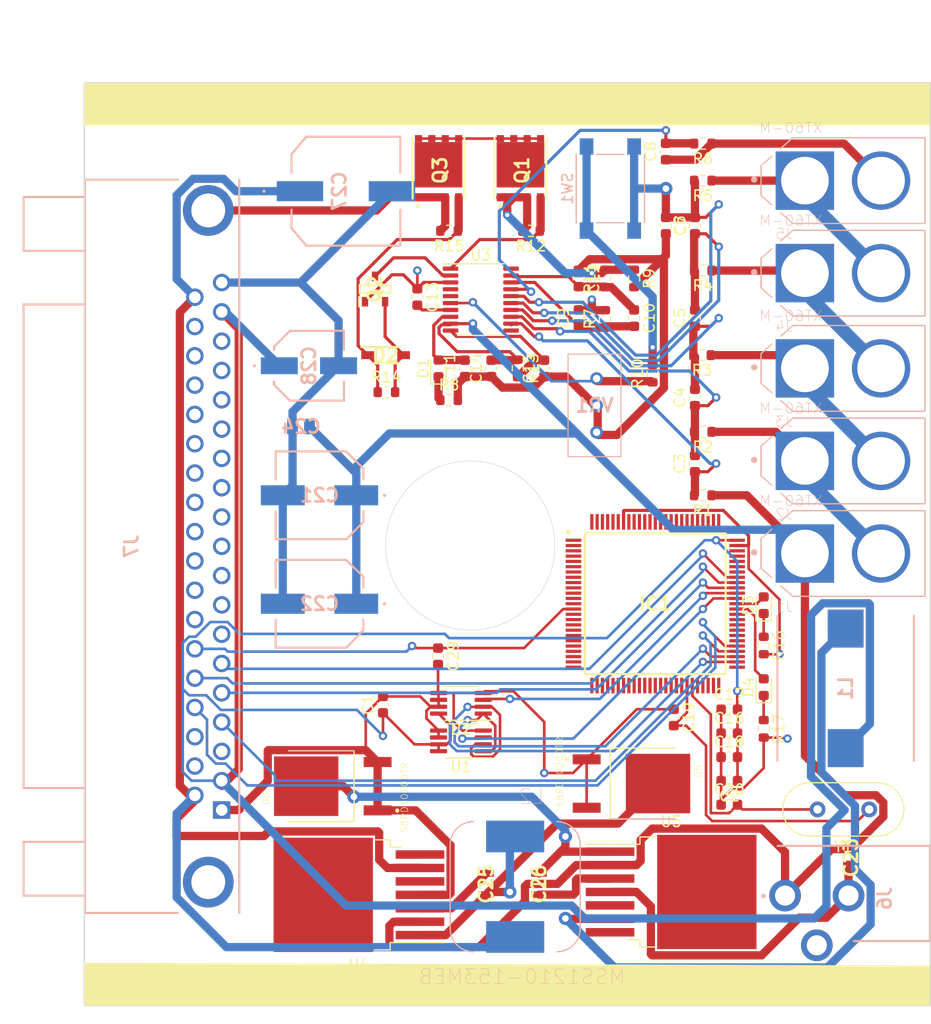
<source format=kicad_pcb>
(kicad_pcb (version 20171130) (host pcbnew "(5.1.10)-1")
  (layers (0 F.Cu signal) (1 ground signal hide) (2 ground_2 signal hide) (31 B.Cu signal) (34 B.Paste user) (35 F.Paste user) (36 B.SilkS user) (37 F.SilkS user) (38 B.Mask user) (39 F.Mask user) (44 Edge.Cuts user))
  (net 0 "")
  (net 1 /Pack-)
  (net 2 +3V3)
  (net 3 "/LiPo Pack Monitor/VC4")
  (net 4 "/LiPo Pack Monitor/VC5")
  (net 5 "/LiPo Pack Monitor/VC3")
  (net 6 "/LiPo Pack Monitor/VC2")
  (net 7 "/LiPo Pack Monitor/VC1")
  (net 8 GND)
  (net 9 "/LiPo Pack Monitor/VC0")
  (net 10 "/LiPo Pack Monitor/SRP")
  (net 11 "/LiPo Pack Monitor/SRN")
  (net 12 "Net-(C13-Pad2)")
  (net 13 /PACK_M5)
  (net 14 "/LiPo Pack Monitor/BAT")
  (net 15 "Net-(C19-Pad2)")
  (net 16 "Net-(C20-Pad2)")
  (net 17 "Net-(C25-Pad2)")
  (net 18 "Net-(C25-Pad1)")
  (net 19 "Net-(C26-Pad2)")
  (net 20 "Net-(C26-Pad1)")
  (net 21 /NRST)
  (net 22 "Net-(D1-Pad1)")
  (net 23 "Net-(D2-Pad2)")
  (net 24 "Net-(D2-Pad1)")
  (net 25 "Net-(D3-Pad2)")
  (net 26 "Net-(D3-Pad1)")
  (net 27 "Net-(D4-Pad2)")
  (net 28 "Net-(D4-Pad1)")
  (net 29 "Net-(J7-Pad15)")
  (net 30 "Net-(J7-Pad14)")
  (net 31 "Net-(J7-Pad13)")
  (net 32 "Net-(J7-Pad12)")
  (net 33 "Net-(J7-Pad11)")
  (net 34 "Net-(J7-Pad10)")
  (net 35 "Net-(J7-Pad9)")
  (net 36 "Net-(J7-Pad8)")
  (net 37 /Alert_active)
  (net 38 /Alert_scl)
  (net 39 /SWDIO)
  (net 40 "Net-(Q1-Pad5)")
  (net 41 "Net-(Q1-Pad4)")
  (net 42 "Net-(Q1-Pad1)")
  (net 43 "Net-(Q2-Pad3)")
  (net 44 /PACK_M4)
  (net 45 /PACK_M3)
  (net 46 /PACK_M2)
  (net 47 /PACK_M1)
  (net 48 "/LiPo Pack Monitor/TS1")
  (net 49 /TEMP_ALERT_1)
  (net 50 /I2C_SCL)
  (net 51 /I2C_SDA)
  (net 52 /TEMP_ALERT_2)
  (net 53 "/LiPo Pack Monitor/BATT_ALERT")
  (net 54 "Net-(U3-Pad11)")
  (net 55 "/LiPo Pack Monitor/I2C_SCL")
  (net 56 "/LiPo Pack Monitor/I2C_SDA")
  (net 57 "Net-(U5-Pad7)")
  (net 58 +5V)
  (net 59 "Net-(J7-Pad36)")
  (net 60 "Net-(J7-Pad35)")
  (net 61 "Net-(J7-Pad34)")
  (net 62 "Net-(J7-Pad33)")
  (net 63 "Net-(J7-Pad32)")
  (net 64 "Net-(J7-Pad31)")
  (net 65 "Net-(J7-Pad30)")
  (net 66 "Net-(J7-Pad29)")
  (net 67 "Net-(J7-Pad28)")
  (net 68 "Net-(J7-Pad27)")
  (net 69 /Alert_sda)
  (net 70 /SWCLK)
  (net 71 "Net-(J7-Pad17)")
  (net 72 "Net-(J7-Pad16)")
  (net 73 "Net-(IC1-Pad100)")
  (net 74 "Net-(IC1-Pad99)")
  (net 75 "Net-(IC1-Pad98)")
  (net 76 "Net-(IC1-Pad97)")
  (net 77 "Net-(IC1-Pad96)")
  (net 78 "Net-(IC1-Pad95)")
  (net 79 "Net-(IC1-Pad93)")
  (net 80 "Net-(IC1-Pad92)")
  (net 81 "Net-(IC1-Pad91)")
  (net 82 "Net-(IC1-Pad90)")
  (net 83 "Net-(IC1-Pad89)")
  (net 84 "Net-(IC1-Pad88)")
  (net 85 "Net-(IC1-Pad87)")
  (net 86 "Net-(IC1-Pad86)")
  (net 87 "Net-(IC1-Pad85)")
  (net 88 "Net-(IC1-Pad84)")
  (net 89 "Net-(IC1-Pad83)")
  (net 90 "Net-(IC1-Pad82)")
  (net 91 "Net-(IC1-Pad81)")
  (net 92 "Net-(IC1-Pad80)")
  (net 93 "Net-(IC1-Pad79)")
  (net 94 "Net-(IC1-Pad78)")
  (net 95 "Net-(IC1-Pad77)")
  (net 96 "Net-(IC1-Pad76)")
  (net 97 "Net-(IC1-Pad73)")
  (net 98 "Net-(IC1-Pad72)")
  (net 99 "Net-(IC1-Pad71)")
  (net 100 "Net-(IC1-Pad70)")
  (net 101 "Net-(IC1-Pad69)")
  (net 102 "Net-(IC1-Pad61)")
  (net 103 "Net-(IC1-Pad60)")
  (net 104 "Net-(IC1-Pad59)")
  (net 105 "Net-(IC1-Pad58)")
  (net 106 "Net-(IC1-Pad57)")
  (net 107 "Net-(IC1-Pad56)")
  (net 108 "Net-(IC1-Pad51)")
  (net 109 "Net-(IC1-Pad50)")
  (net 110 "Net-(IC1-Pad49)")
  (net 111 "Net-(IC1-Pad48)")
  (net 112 "Net-(IC1-Pad47)")
  (net 113 "Net-(IC1-Pad46)")
  (net 114 "Net-(IC1-Pad43)")
  (net 115 "Net-(IC1-Pad42)")
  (net 116 "Net-(IC1-Pad41)")
  (net 117 "Net-(IC1-Pad40)")
  (net 118 "Net-(IC1-Pad39)")
  (net 119 "Net-(IC1-Pad38)")
  (net 120 "Net-(IC1-Pad37)")
  (net 121 "Net-(IC1-Pad36)")
  (net 122 "Net-(IC1-Pad35)")
  (net 123 "Net-(IC1-Pad34)")
  (net 124 "Net-(IC1-Pad33)")
  (net 125 "Net-(IC1-Pad32)")
  (net 126 "Net-(IC1-Pad31)")
  (net 127 "Net-(IC1-Pad30)")
  (net 128 "Net-(IC1-Pad29)")
  (net 129 "Net-(IC1-Pad28)")
  (net 130 "Net-(IC1-Pad27)")
  (net 131 "Net-(IC1-Pad26)")
  (net 132 "Net-(IC1-Pad25)")
  (net 133 "Net-(IC1-Pad24)")
  (net 134 "Net-(IC1-Pad23)")
  (net 135 "Net-(IC1-Pad22)")
  (net 136 "Net-(IC1-Pad21)")
  (net 137 "Net-(IC1-Pad20)")
  (net 138 "Net-(IC1-Pad19)")
  (net 139 "Net-(IC1-Pad18)")
  (net 140 "Net-(IC1-Pad17)")
  (net 141 "Net-(IC1-Pad16)")
  (net 142 "Net-(IC1-Pad15)")
  (net 143 "Net-(IC1-Pad13)")
  (net 144 "Net-(IC1-Pad12)")
  (net 145 "Net-(IC1-Pad11)")
  (net 146 "Net-(IC1-Pad10)")
  (net 147 "Net-(IC1-Pad9)")
  (net 148 "Net-(IC1-Pad8)")
  (net 149 "Net-(IC1-Pad7)")
  (net 150 "Net-(IC1-Pad6)")
  (net 151 "Net-(IC1-Pad5)")
  (net 152 "Net-(IC1-Pad4)")
  (net 153 "Net-(IC1-Pad3)")
  (net 154 "Net-(IC1-Pad2)")
  (net 155 "Net-(IC1-Pad1)")
  (net 156 "Net-(U4-Pad7)")
  (net 157 "Net-(C11-Pad2)")
  (net 158 /Sheet61D3585D/Fire_redundant)
  (net 159 /Sheet61D3585D/t_clk)
  (net 160 /Sheet61D3585D/t_mosi)
  (net 161 /Sheet61D3585D/Fire)
  (net 162 /Sheet61D3585D/t_miso)
  (net 163 "Net-(R10-Pad2)")
  (net 164 "Net-(L1-Pad1)")
  (net 165 "Net-(J6-Pad3)")
  (module SamacSys_Parts:L717SDC37P1ACH4F (layer B.Cu) (at 88 131.5 90)
    (fp_text reference J7 (at 24.93 -8.54 270) (layer B.SilkS) (effects (font (size 1.27 1.27) (thickness 0.254)) (justify mirror)))
    (fp_text value L717SDC37P1ACH4F hide)
    (pad MH2 thru_hole circle (at 56.68 -1.27 90) (size 4.8 4.8) (drill 3.2) (layers *.Cu *.Mask) (net 1 /Pack-))
    (pad MH1 thru_hole circle (at -6.82 -1.27 90) (size 4.8 4.8) (drill 3.2) (layers *.Cu *.Mask) (net 1 /Pack-))
    (pad 37 thru_hole circle (at 48.475 -2.54 90) (size 1.65 1.65) (drill 1.1) (layers *.Cu *.Mask) (net 58 +5V))
    (pad 36 thru_hole circle (at 45.705 -2.54 90) (size 1.65 1.65) (drill 1.1) (layers *.Cu *.Mask) (net 59 "Net-(J7-Pad36)"))
    (pad 35 thru_hole circle (at 42.935 -2.54 90) (size 1.65 1.65) (drill 1.1) (layers *.Cu *.Mask) (net 60 "Net-(J7-Pad35)"))
    (pad 34 thru_hole circle (at 40.165 -2.54 90) (size 1.65 1.65) (drill 1.1) (layers *.Cu *.Mask) (net 61 "Net-(J7-Pad34)"))
    (pad 33 thru_hole circle (at 37.395 -2.54 90) (size 1.65 1.65) (drill 1.1) (layers *.Cu *.Mask) (net 62 "Net-(J7-Pad33)"))
    (pad 32 thru_hole circle (at 34.625 -2.54 90) (size 1.65 1.65) (drill 1.1) (layers *.Cu *.Mask) (net 63 "Net-(J7-Pad32)"))
    (pad 31 thru_hole circle (at 31.855 -2.54 90) (size 1.65 1.65) (drill 1.1) (layers *.Cu *.Mask) (net 64 "Net-(J7-Pad31)"))
    (pad 30 thru_hole circle (at 29.085 -2.54 90) (size 1.65 1.65) (drill 1.1) (layers *.Cu *.Mask) (net 65 "Net-(J7-Pad30)"))
    (pad 29 thru_hole circle (at 26.315 -2.54 90) (size 1.65 1.65) (drill 1.1) (layers *.Cu *.Mask) (net 66 "Net-(J7-Pad29)"))
    (pad 28 thru_hole circle (at 23.545 -2.54 90) (size 1.65 1.65) (drill 1.1) (layers *.Cu *.Mask) (net 67 "Net-(J7-Pad28)"))
    (pad 27 thru_hole circle (at 20.775 -2.54 90) (size 1.65 1.65) (drill 1.1) (layers *.Cu *.Mask) (net 68 "Net-(J7-Pad27)"))
    (pad 26 thru_hole circle (at 18.005 -2.54 90) (size 1.65 1.65) (drill 1.1) (layers *.Cu *.Mask) (net 158 /Sheet61D3585D/Fire_redundant))
    (pad 25 thru_hole circle (at 15.235 -2.54 90) (size 1.65 1.65) (drill 1.1) (layers *.Cu *.Mask) (net 21 /NRST))
    (pad 24 thru_hole circle (at 12.465 -2.54 90) (size 1.65 1.65) (drill 1.1) (layers *.Cu *.Mask) (net 69 /Alert_sda))
    (pad 23 thru_hole circle (at 9.695 -2.54 90) (size 1.65 1.65) (drill 1.1) (layers *.Cu *.Mask) (net 70 /SWCLK))
    (pad 22 thru_hole circle (at 6.925 -2.54 90) (size 1.65 1.65) (drill 1.1) (layers *.Cu *.Mask) (net 159 /Sheet61D3585D/t_clk))
    (pad 21 thru_hole circle (at 4.155 -2.54 90) (size 1.65 1.65) (drill 1.1) (layers *.Cu *.Mask) (net 160 /Sheet61D3585D/t_mosi))
    (pad 20 thru_hole circle (at 1.385 -2.54 90) (size 1.65 1.65) (drill 1.1) (layers *.Cu *.Mask) (net 58 +5V))
    (pad 19 thru_hole circle (at 49.86 0 90) (size 1.65 1.65) (drill 1.1) (layers *.Cu *.Mask) (net 1 /Pack-))
    (pad 18 thru_hole circle (at 47.09 0 90) (size 1.65 1.65) (drill 1.1) (layers *.Cu *.Mask) (net 2 +3V3))
    (pad 17 thru_hole circle (at 44.32 0 90) (size 1.65 1.65) (drill 1.1) (layers *.Cu *.Mask) (net 71 "Net-(J7-Pad17)"))
    (pad 16 thru_hole circle (at 41.55 0 90) (size 1.65 1.65) (drill 1.1) (layers *.Cu *.Mask) (net 72 "Net-(J7-Pad16)"))
    (pad 15 thru_hole circle (at 38.78 0 90) (size 1.65 1.65) (drill 1.1) (layers *.Cu *.Mask) (net 29 "Net-(J7-Pad15)"))
    (pad 14 thru_hole circle (at 36.01 0 90) (size 1.65 1.65) (drill 1.1) (layers *.Cu *.Mask) (net 30 "Net-(J7-Pad14)"))
    (pad 13 thru_hole circle (at 33.24 0 90) (size 1.65 1.65) (drill 1.1) (layers *.Cu *.Mask) (net 31 "Net-(J7-Pad13)"))
    (pad 12 thru_hole circle (at 30.47 0 90) (size 1.65 1.65) (drill 1.1) (layers *.Cu *.Mask) (net 32 "Net-(J7-Pad12)"))
    (pad 11 thru_hole circle (at 27.7 0 90) (size 1.65 1.65) (drill 1.1) (layers *.Cu *.Mask) (net 33 "Net-(J7-Pad11)"))
    (pad 10 thru_hole circle (at 24.93 0 90) (size 1.65 1.65) (drill 1.1) (layers *.Cu *.Mask) (net 34 "Net-(J7-Pad10)"))
    (pad 9 thru_hole circle (at 22.16 0 90) (size 1.65 1.65) (drill 1.1) (layers *.Cu *.Mask) (net 35 "Net-(J7-Pad9)"))
    (pad 8 thru_hole circle (at 19.39 0 90) (size 1.65 1.65) (drill 1.1) (layers *.Cu *.Mask) (net 36 "Net-(J7-Pad8)"))
    (pad 7 thru_hole circle (at 16.62 0 90) (size 1.65 1.65) (drill 1.1) (layers *.Cu *.Mask) (net 161 /Sheet61D3585D/Fire))
    (pad 6 thru_hole circle (at 13.85 0 90) (size 1.65 1.65) (drill 1.1) (layers *.Cu *.Mask) (net 37 /Alert_active))
    (pad 5 thru_hole circle (at 11.08 0 90) (size 1.65 1.65) (drill 1.1) (layers *.Cu *.Mask) (net 38 /Alert_scl))
    (pad 4 thru_hole circle (at 8.31 0 90) (size 1.65 1.65) (drill 1.1) (layers *.Cu *.Mask) (net 39 /SWDIO))
    (pad 3 thru_hole circle (at 5.54 0 90) (size 1.65 1.65) (drill 1.1) (layers *.Cu *.Mask) (net 162 /Sheet61D3585D/t_miso))
    (pad 2 thru_hole circle (at 2.77 0 90) (size 1.65 1.65) (drill 1.1) (layers *.Cu *.Mask) (net 2 +3V3))
    (pad 1 thru_hole rect (at 0 0 90) (size 1.65 1.65) (drill 1.1) (layers *.Cu *.Mask) (net 1 /Pack-))
  )
  (module SamacSys_Parts:PJ-102AH (layer B.Cu) (at 144.272 143.891 90)
    (fp_text reference J6 (at 4.035 6.411 90) (layer B.SilkS) (effects (font (size 1.27 1.27) (thickness 0.254)) (justify mirror)))
    (fp_text value PJ-102AH hide)
    (pad 3 thru_hole circle (at -0.4 0 90) (size 3 3) (drill 1.9) (layers *.Cu *.Mask) (net 165 "Net-(J6-Pad3)"))
    (pad 2 thru_hole circle (at 4.3 3 90) (size 3 3) (drill 1.9) (layers *.Cu *.Mask) (net 1 /Pack-))
    (pad 1 thru_hole circle (at 4.3 -3 90) (size 3 3) (drill 1.9) (layers *.Cu *.Mask) (net 13 /PACK_M5))
  )
  (module Resistor_SMD:R_0603_1608Metric (layer F.Cu) (at 116 89.75 270)
    (fp_text reference R13 (at 0 -1.43 90) (layer F.SilkS))
    (fp_text value 100Ω)
    (pad 2 smd roundrect (at 0.825 0 270) (size 0.8 0.95) (layers F.Cu F.Paste F.Mask) (net 14 "/LiPo Pack Monitor/BAT"))
    (pad 1 smd roundrect (at -0.825 0 270) (size 0.8 0.95) (layers F.Cu F.Paste F.Mask) (net 13 /PACK_M5))
  )
  (module Resistor_SMD:R_0603_1608Metric (layer F.Cu) (at 127 81.25 270)
    (fp_text reference R9 (at 0 -1.43 90) (layer F.SilkS))
    (fp_text value .001Ω)
    (pad 2 smd roundrect (at 0.825 0 270) (size 0.8 0.95) (layers F.Cu F.Paste F.Mask) (net 8 GND))
    (pad 1 smd roundrect (at -0.825 0 270) (size 0.8 0.95) (layers F.Cu F.Paste F.Mask) (net 42 "Net-(Q1-Pad1)"))
  )
  (module Resistor_SMD:R_0603_1608Metric (layer F.Cu) (at 133.5 72 180)
    (fp_text reference R5 (at 0 -1.43) (layer F.SilkS))
    (fp_text value 100Ω)
    (pad 2 smd roundrect (at 0.825 0 180) (size 0.8 0.95) (layers F.Cu F.Paste F.Mask) (net 7 "/LiPo Pack Monitor/VC1"))
    (pad 1 smd roundrect (at -0.825 0 180) (size 0.8 0.95) (layers F.Cu F.Paste F.Mask) (net 47 /PACK_M1))
  )
  (module Resistor_SMD:R_0603_1608Metric (layer F.Cu) (at 117.25 76.75 180)
    (fp_text reference R12 (at 0 -1.43 180) (layer F.SilkS))
    (fp_text value 1MΩ)
    (pad 2 smd roundrect (at 0.825 0 180) (size 0.8 0.95) (layers F.Cu F.Paste F.Mask) (net 42 "Net-(Q1-Pad1)"))
    (pad 1 smd roundrect (at -0.825 0 180) (size 0.8 0.95) (layers F.Cu F.Paste F.Mask) (net 41 "Net-(Q1-Pad4)"))
  )
  (module Resistor_SMD:R_0603_1608Metric (layer F.Cu) (at 133.5 95.75 180)
    (fp_text reference R2 (at 0 -1.43) (layer F.SilkS))
    (fp_text value 100Ω)
    (pad 2 smd roundrect (at 0.825 0 180) (size 0.8 0.95) (layers F.Cu F.Paste F.Mask) (net 3 "/LiPo Pack Monitor/VC4"))
    (pad 1 smd roundrect (at -0.825 0 180) (size 0.8 0.95) (layers F.Cu F.Paste F.Mask) (net 44 /PACK_M4))
  )
  (module Resistor_SMD:R_0603_1608Metric (layer F.Cu) (at 124.25 81.25 90)
    (fp_text reference R11 (at 0 -1.43 90) (layer F.SilkS))
    (fp_text value 100Ω)
    (pad 2 smd roundrect (at 0.825 0 90) (size 0.8 0.95) (layers F.Cu F.Paste F.Mask) (net 42 "Net-(Q1-Pad1)"))
    (pad 1 smd roundrect (at -0.825 0 90) (size 0.8 0.95) (layers F.Cu F.Paste F.Mask) (net 11 "/LiPo Pack Monitor/SRN"))
  )
  (module Resistor_SMD:R_0603_1608Metric (layer F.Cu) (at 124.25 85.075 90)
    (fp_text reference R7 (at 0 -1.43 90) (layer F.SilkS))
    (fp_text value 100Ω)
    (pad 2 smd roundrect (at 0.825 0 90) (size 0.8 0.95) (layers F.Cu F.Paste F.Mask) (net 8 GND))
    (pad 1 smd roundrect (at -0.825 0 90) (size 0.8 0.95) (layers F.Cu F.Paste F.Mask) (net 10 "/LiPo Pack Monitor/SRP"))
  )
  (module Resistor_SMD:R_0603_1608Metric (layer F.Cu) (at 103.575 92)
    (fp_text reference R14 (at 0 -1.43) (layer F.SilkS))
    (fp_text value 1MΩ)
    (pad 2 smd roundrect (at 0.825 0) (size 0.8 0.95) (layers F.Cu F.Paste F.Mask) (net 23 "Net-(D2-Pad2)"))
    (pad 1 smd roundrect (at -0.825 0) (size 0.8 0.95) (layers F.Cu F.Paste F.Mask) (net 24 "Net-(D2-Pad1)"))
  )
  (module Package_SO:TSSOP-20_4.4x6.5mm_P0.65mm (layer F.Cu) (at 112.5 83.25)
    (fp_text reference U3 (at 0 -4.2) (layer F.SilkS))
    (fp_text value BQ76920PW)
    (pad 20 smd roundrect (at 2.8625 -2.925) (size 1.475 0.4) (layers F.Cu F.Paste F.Mask) (net 53 "/LiPo Pack Monitor/BATT_ALERT"))
    (pad 19 smd roundrect (at 2.8625 -2.275) (size 1.475 0.4) (layers F.Cu F.Paste F.Mask) (net 11 "/LiPo Pack Monitor/SRN"))
    (pad 18 smd roundrect (at 2.8625 -1.625) (size 1.475 0.4) (layers F.Cu F.Paste F.Mask) (net 10 "/LiPo Pack Monitor/SRP"))
    (pad 17 smd roundrect (at 2.8625 -0.975) (size 1.475 0.4) (layers F.Cu F.Paste F.Mask) (net 9 "/LiPo Pack Monitor/VC0"))
    (pad 16 smd roundrect (at 2.8625 -0.325) (size 1.475 0.4) (layers F.Cu F.Paste F.Mask) (net 7 "/LiPo Pack Monitor/VC1"))
    (pad 15 smd roundrect (at 2.8625 0.325) (size 1.475 0.4) (layers F.Cu F.Paste F.Mask) (net 6 "/LiPo Pack Monitor/VC2"))
    (pad 14 smd roundrect (at 2.8625 0.975) (size 1.475 0.4) (layers F.Cu F.Paste F.Mask) (net 5 "/LiPo Pack Monitor/VC3"))
    (pad 13 smd roundrect (at 2.8625 1.625) (size 1.475 0.4) (layers F.Cu F.Paste F.Mask) (net 3 "/LiPo Pack Monitor/VC4"))
    (pad 12 smd roundrect (at 2.8625 2.275) (size 1.475 0.4) (layers F.Cu F.Paste F.Mask) (net 4 "/LiPo Pack Monitor/VC5"))
    (pad 11 smd roundrect (at 2.8625 2.925) (size 1.475 0.4) (layers F.Cu F.Paste F.Mask) (net 54 "Net-(U3-Pad11)"))
    (pad 10 smd roundrect (at -2.8625 2.925) (size 1.475 0.4) (layers F.Cu F.Paste F.Mask) (net 14 "/LiPo Pack Monitor/BAT"))
    (pad 9 smd roundrect (at -2.8625 2.275) (size 1.475 0.4) (layers F.Cu F.Paste F.Mask) (net 13 /PACK_M5))
    (pad 8 smd roundrect (at -2.8625 1.625) (size 1.475 0.4) (layers F.Cu F.Paste F.Mask) (net 157 "Net-(C11-Pad2)"))
    (pad 7 smd roundrect (at -2.8625 0.975) (size 1.475 0.4) (layers F.Cu F.Paste F.Mask) (net 12 "Net-(C13-Pad2)"))
    (pad 6 smd roundrect (at -2.8625 0.325) (size 1.475 0.4) (layers F.Cu F.Paste F.Mask) (net 48 "/LiPo Pack Monitor/TS1"))
    (pad 5 smd roundrect (at -2.8625 -0.325) (size 1.475 0.4) (layers F.Cu F.Paste F.Mask) (net 55 "/LiPo Pack Monitor/I2C_SCL"))
    (pad 4 smd roundrect (at -2.8625 -0.975) (size 1.475 0.4) (layers F.Cu F.Paste F.Mask) (net 56 "/LiPo Pack Monitor/I2C_SDA"))
    (pad 3 smd roundrect (at -2.8625 -1.625) (size 1.475 0.4) (layers F.Cu F.Paste F.Mask) (net 8 GND))
    (pad 2 smd roundrect (at -2.8625 -2.275) (size 1.475 0.4) (layers F.Cu F.Paste F.Mask) (net 43 "Net-(Q2-Pad3)"))
    (pad 1 smd roundrect (at -2.8625 -2.925) (size 1.475 0.4) (layers F.Cu F.Paste F.Mask) (net 41 "Net-(Q1-Pad4)"))
  )
  (module Button_Switch_SMD:SW_Push_1P1T_NO_6x6mm_H9.5mm (layer B.Cu) (at 124.75 72.75 270)
    (fp_text reference SW1 (at 0 4.05 270) (layer B.SilkS) (effects (justify mirror)))
    (fp_text value Reboot)
    (pad 2 smd rect (at 3.975 -2.25 270) (size 1.55 1.3) (layers B.Cu B.Paste B.Mask) (net 7 "/LiPo Pack Monitor/VC1"))
    (pad 1 smd rect (at 3.975 2.25 270) (size 1.55 1.3) (layers B.Cu B.Paste B.Mask) (net 163 "Net-(R10-Pad2)"))
    (pad 1 smd rect (at -3.975 2.25 270) (size 1.55 1.3) (layers B.Cu B.Paste B.Mask) (net 163 "Net-(R10-Pad2)"))
    (pad 2 smd rect (at -3.975 -2.25 270) (size 1.55 1.3) (layers B.Cu B.Paste B.Mask) (net 7 "/LiPo Pack Monitor/VC1"))
  )
  (module Resistor_SMD:R_0603_1608Metric (layer F.Cu) (at 109.5 76.75 180)
    (fp_text reference R15 (at 0 -1.43) (layer F.SilkS))
    (fp_text value 1MΩ)
    (pad 2 smd roundrect (at 0.825 0 180) (size 0.8 0.95) (layers F.Cu F.Paste F.Mask) (net 1 /Pack-))
    (pad 1 smd roundrect (at -0.825 0 180) (size 0.8 0.95) (layers F.Cu F.Paste F.Mask) (net 24 "Net-(D2-Pad1)"))
  )
  (module Resistor_SMD:R_0603_1608Metric (layer F.Cu) (at 128.75 90.25 90)
    (fp_text reference R10 (at 0 -1.43 90) (layer F.SilkS))
    (fp_text value 10kΩ)
    (pad 2 smd roundrect (at 0.825 0 90) (size 0.8 0.95) (layers F.Cu F.Paste F.Mask) (net 163 "Net-(R10-Pad2)"))
    (pad 1 smd roundrect (at -0.825 0 90) (size 0.8 0.95) (layers F.Cu F.Paste F.Mask) (net 48 "/LiPo Pack Monitor/TS1"))
  )
  (module Resistor_SMD:R_0603_1608Metric (layer F.Cu) (at 109.5 92.75)
    (fp_text reference R8 (at 0 -1.43) (layer F.SilkS))
    (fp_text value 1k5Ω)
    (pad 2 smd roundrect (at 0.825 0) (size 0.8 0.95) (layers F.Cu F.Paste F.Mask) (net 8 GND))
    (pad 1 smd roundrect (at -0.825 0) (size 0.8 0.95) (layers F.Cu F.Paste F.Mask) (net 22 "Net-(D1-Pad1)"))
  )
  (module Resistor_SMD:R_0603_1608Metric (layer F.Cu) (at 133.5 68.5 180)
    (fp_text reference R6 (at 0 -1.43) (layer F.SilkS))
    (fp_text value 100Ω)
    (pad 2 smd roundrect (at 0.825 0 180) (size 0.8 0.95) (layers F.Cu F.Paste F.Mask) (net 9 "/LiPo Pack Monitor/VC0"))
    (pad 1 smd roundrect (at -0.825 0 180) (size 0.8 0.95) (layers F.Cu F.Paste F.Mask) (net 8 GND))
  )
  (module Resistor_SMD:R_0603_1608Metric (layer F.Cu) (at 133.5 80.5 180)
    (fp_text reference R4 (at 0 -1.43) (layer F.SilkS))
    (fp_text value 100Ω)
    (pad 2 smd roundrect (at 0.825 0 180) (size 0.8 0.95) (layers F.Cu F.Paste F.Mask) (net 6 "/LiPo Pack Monitor/VC2"))
    (pad 1 smd roundrect (at -0.825 0 180) (size 0.8 0.95) (layers F.Cu F.Paste F.Mask) (net 46 /PACK_M2))
  )
  (module Resistor_SMD:R_0603_1608Metric (layer F.Cu) (at 133.425 88.5 180)
    (fp_text reference R3 (at 0 -1.43) (layer F.SilkS))
    (fp_text value 100Ω)
    (pad 2 smd roundrect (at 0.825 0 180) (size 0.8 0.95) (layers F.Cu F.Paste F.Mask) (net 5 "/LiPo Pack Monitor/VC3"))
    (pad 1 smd roundrect (at -0.825 0 180) (size 0.8 0.95) (layers F.Cu F.Paste F.Mask) (net 45 /PACK_M3))
  )
  (module SamacSys_Parts:Q5A (layer F.Cu) (at 108.5 70.825 270)
    (fp_text reference Q3 (at 0.2005 -0.15 90) (layer F.SilkS) (effects (font (size 1.27 1.27) (thickness 0.254))))
    (fp_text value CSD17501Q5A hide)
    (pad 9 smd rect (at -0.325 0 270) (size 4.295 4.51) (layers F.Cu F.Paste F.Mask))
    (pad 8 smd rect (at -2.8 1.893 270) (size 0.655 0.675) (layers F.Cu F.Paste F.Mask) (net 40 "Net-(Q1-Pad5)"))
    (pad 7 smd rect (at -2.8 0.635 270) (size 0.655 0.675) (layers F.Cu F.Paste F.Mask) (net 40 "Net-(Q1-Pad5)"))
    (pad 6 smd rect (at -2.8 -0.635 270) (size 0.655 0.675) (layers F.Cu F.Paste F.Mask) (net 40 "Net-(Q1-Pad5)"))
    (pad 5 smd rect (at -2.8 -1.905 270) (size 0.655 0.675) (layers F.Cu F.Paste F.Mask) (net 40 "Net-(Q1-Pad5)"))
    (pad 4 smd rect (at 2.7525 -1.905) (size 0.675 0.75) (layers F.Cu F.Paste F.Mask) (net 24 "Net-(D2-Pad1)"))
    (pad 3 smd rect (at 2.7525 -0.635) (size 0.675 0.75) (layers F.Cu F.Paste F.Mask) (net 1 /Pack-))
    (pad 2 smd rect (at 2.7525 0.635) (size 0.675 0.75) (layers F.Cu F.Paste F.Mask) (net 1 /Pack-))
    (pad 1 smd rect (at 2.7525 1.905) (size 0.675 0.75) (layers F.Cu F.Paste F.Mask) (net 1 /Pack-))
  )
  (module SamacSys_Parts:SOT95P240X110-3N (layer F.Cu) (at 102.5 82.25 90)
    (fp_text reference Q2 (at 0 0 90) (layer F.SilkS) (effects (font (size 1.27 1.27) (thickness 0.254))))
    (fp_text value BSS84PH6327XTSA2 hide)
    (pad 3 smd rect (at 1.2 0 180) (size 0.6 0.9) (layers F.Cu F.Paste F.Mask) (net 43 "Net-(Q2-Pad3)"))
    (pad 2 smd rect (at -1.2 0.95 180) (size 0.6 0.9) (layers F.Cu F.Paste F.Mask) (net 23 "Net-(D2-Pad2)"))
    (pad 1 smd rect (at -1.2 -0.95 180) (size 0.6 0.9) (layers F.Cu F.Paste F.Mask) (net 8 GND))
  )
  (module SamacSys_Parts:Q5A (layer F.Cu) (at 116.25 70.825 270)
    (fp_text reference Q1 (at 0.2005 -0.15 90) (layer F.SilkS) (effects (font (size 1.27 1.27) (thickness 0.254))))
    (fp_text value CSD17501Q5A hide)
    (pad 9 smd rect (at -0.325 0 270) (size 4.295 4.51) (layers F.Cu F.Paste F.Mask))
    (pad 8 smd rect (at -2.8 1.893 270) (size 0.655 0.675) (layers F.Cu F.Paste F.Mask) (net 40 "Net-(Q1-Pad5)"))
    (pad 7 smd rect (at -2.8 0.635 270) (size 0.655 0.675) (layers F.Cu F.Paste F.Mask) (net 40 "Net-(Q1-Pad5)"))
    (pad 6 smd rect (at -2.8 -0.635 270) (size 0.655 0.675) (layers F.Cu F.Paste F.Mask) (net 40 "Net-(Q1-Pad5)"))
    (pad 5 smd rect (at -2.8 -1.905 270) (size 0.655 0.675) (layers F.Cu F.Paste F.Mask) (net 40 "Net-(Q1-Pad5)"))
    (pad 4 smd rect (at 2.7525 -1.905) (size 0.675 0.75) (layers F.Cu F.Paste F.Mask) (net 41 "Net-(Q1-Pad4)"))
    (pad 3 smd rect (at 2.7525 -0.635) (size 0.675 0.75) (layers F.Cu F.Paste F.Mask) (net 42 "Net-(Q1-Pad1)"))
    (pad 2 smd rect (at 2.7525 0.635) (size 0.675 0.75) (layers F.Cu F.Paste F.Mask) (net 42 "Net-(Q1-Pad1)"))
    (pad 1 smd rect (at 2.7525 1.905) (size 0.675 0.75) (layers F.Cu F.Paste F.Mask) (net 42 "Net-(Q1-Pad1)"))
  )
  (module SamacSys_Parts:SOD3716X145N (layer F.Cu) (at 103.5 88.5)
    (fp_text reference D2 (at 0 0) (layer F.SilkS) (effects (font (size 1.27 1.27) (thickness 0.254))))
    (fp_text value 1N4148W-7-F hide)
    (pad 2 smd rect (at 1.7 0 90) (size 0.75 1.2) (layers F.Cu F.Paste F.Mask) (net 23 "Net-(D2-Pad2)"))
    (pad 1 smd rect (at -1.7 0 90) (size 0.75 1.2) (layers F.Cu F.Paste F.Mask) (net 24 "Net-(D2-Pad1)"))
  )
  (module LED_SMD:LED_0603_1608Metric (layer F.Cu) (at 108.5 89.75 90)
    (fp_text reference D1 (at 0 -1.43 90) (layer F.SilkS))
    (fp_text value LED)
    (pad 2 smd roundrect (at 0.7875 0 90) (size 0.875 0.95) (layers F.Cu F.Paste F.Mask) (net 157 "Net-(C11-Pad2)"))
    (pad 1 smd roundrect (at -0.7875 0 90) (size 0.875 0.95) (layers F.Cu F.Paste F.Mask) (net 22 "Net-(D1-Pad1)"))
  )
  (module Capacitor_SMD:C_0603_1608Metric (layer F.Cu) (at 121.75 81.25 270)
    (fp_text reference C12 (at 0 -1.43 90) (layer F.SilkS))
    (fp_text value 0.1μF)
    (pad 2 smd roundrect (at 0.775 0 270) (size 0.9 0.95) (layers F.Cu F.Paste F.Mask) (net 11 "/LiPo Pack Monitor/SRN"))
    (pad 1 smd roundrect (at -0.775 0 270) (size 0.9 0.95) (layers F.Cu F.Paste F.Mask) (net 8 GND))
  )
  (module Capacitor_SMD:C_0603_1608Metric (layer F.Cu) (at 132.75 76.25 90)
    (fp_text reference C6 (at 0 -1.43 90) (layer F.SilkS))
    (fp_text value 1μF)
    (pad 2 smd roundrect (at 0.775 0 90) (size 0.9 0.95) (layers F.Cu F.Paste F.Mask) (net 7 "/LiPo Pack Monitor/VC1"))
    (pad 1 smd roundrect (at -0.775 0 90) (size 0.9 0.95) (layers F.Cu F.Paste F.Mask) (net 6 "/LiPo Pack Monitor/VC2"))
  )
  (module Capacitor_SMD:C_0603_1608Metric (layer F.Cu) (at 121.75 85 90)
    (fp_text reference C9 (at 0 -1.43 90) (layer F.SilkS))
    (fp_text value 0.1μF)
    (pad 2 smd roundrect (at 0.775 0 90) (size 0.9 0.95) (layers F.Cu F.Paste F.Mask) (net 8 GND))
    (pad 1 smd roundrect (at -0.775 0 90) (size 0.9 0.95) (layers F.Cu F.Paste F.Mask) (net 10 "/LiPo Pack Monitor/SRP"))
  )
  (module Capacitor_SMD:C_0603_1608Metric (layer F.Cu) (at 118.5 89.75 90)
    (fp_text reference C15 (at 0 -1.43 90) (layer F.SilkS))
    (fp_text value 10μF)
    (pad 2 smd roundrect (at 0.775 0 90) (size 0.9 0.95) (layers F.Cu F.Paste F.Mask) (net 14 "/LiPo Pack Monitor/BAT"))
    (pad 1 smd roundrect (at -0.775 0 90) (size 0.9 0.95) (layers F.Cu F.Paste F.Mask) (net 8 GND))
  )
  (module Capacitor_SMD:C_0603_1608Metric (layer F.Cu) (at 132.75 92.5 90)
    (fp_text reference C4 (at 0 -1.43 90) (layer F.SilkS))
    (fp_text value 1μF)
    (pad 2 smd roundrect (at 0.775 0 90) (size 0.9 0.95) (layers F.Cu F.Paste F.Mask) (net 5 "/LiPo Pack Monitor/VC3"))
    (pad 1 smd roundrect (at -0.775 0 90) (size 0.9 0.95) (layers F.Cu F.Paste F.Mask) (net 3 "/LiPo Pack Monitor/VC4"))
  )
  (module Capacitor_SMD:C_0603_1608Metric (layer F.Cu) (at 132.75 85 90)
    (fp_text reference C5 (at 0 -1.43 90) (layer F.SilkS))
    (fp_text value 1μF)
    (pad 2 smd roundrect (at 0.775 0 90) (size 0.9 0.95) (layers F.Cu F.Paste F.Mask) (net 6 "/LiPo Pack Monitor/VC2"))
    (pad 1 smd roundrect (at -0.775 0 90) (size 0.9 0.95) (layers F.Cu F.Paste F.Mask) (net 5 "/LiPo Pack Monitor/VC3"))
  )
  (module Capacitor_SMD:C_0603_1608Metric (layer F.Cu) (at 127 85 270)
    (fp_text reference C10 (at 0 -1.43 90) (layer F.SilkS))
    (fp_text value 0.1μF)
    (pad 2 smd roundrect (at 0.775 0 270) (size 0.9 0.95) (layers F.Cu F.Paste F.Mask) (net 10 "/LiPo Pack Monitor/SRP"))
    (pad 1 smd roundrect (at -0.775 0 270) (size 0.9 0.95) (layers F.Cu F.Paste F.Mask) (net 11 "/LiPo Pack Monitor/SRN"))
  )
  (module Capacitor_SMD:C_0603_1608Metric (layer F.Cu) (at 113.5 89.75 90)
    (fp_text reference C14 (at 0 -1.43 90) (layer F.SilkS))
    (fp_text value 1μF)
    (pad 2 smd roundrect (at 0.775 0 90) (size 0.9 0.95) (layers F.Cu F.Paste F.Mask) (net 13 /PACK_M5))
    (pad 1 smd roundrect (at -0.775 0 90) (size 0.9 0.95) (layers F.Cu F.Paste F.Mask) (net 8 GND))
  )
  (module Capacitor_SMD:C_0603_1608Metric (layer F.Cu) (at 106.5 83 270)
    (fp_text reference C13 (at 0 -1.43 90) (layer F.SilkS))
    (fp_text value 1μF)
    (pad 2 smd roundrect (at 0.775 0 270) (size 0.9 0.95) (layers F.Cu F.Paste F.Mask) (net 12 "Net-(C13-Pad2)"))
    (pad 1 smd roundrect (at -0.775 0 270) (size 0.9 0.95) (layers F.Cu F.Paste F.Mask) (net 8 GND))
  )
  (module Capacitor_SMD:C_0603_1608Metric (layer F.Cu) (at 130 76.25 270)
    (fp_text reference C7 (at 0 -1.43 90) (layer F.SilkS))
    (fp_text value 1μF)
    (pad 2 smd roundrect (at 0.775 0 270) (size 0.9 0.95) (layers F.Cu F.Paste F.Mask) (net 8 GND))
    (pad 1 smd roundrect (at -0.775 0 270) (size 0.9 0.95) (layers F.Cu F.Paste F.Mask) (net 7 "/LiPo Pack Monitor/VC1"))
  )
  (module Capacitor_SMD:C_0603_1608Metric (layer F.Cu) (at 130 69.25 90)
    (fp_text reference C8 (at 0 -1.43 90) (layer F.SilkS))
    (fp_text value 1μF)
    (pad 2 smd roundrect (at 0.775 0 90) (size 0.9 0.95) (layers F.Cu F.Paste F.Mask) (net 9 "/LiPo Pack Monitor/VC0"))
    (pad 1 smd roundrect (at -0.775 0 90) (size 0.9 0.95) (layers F.Cu F.Paste F.Mask) (net 8 GND))
  )
  (module Capacitor_SMD:C_0603_1608Metric (layer F.Cu) (at 111 89.75 90)
    (fp_text reference C11 (at 0 -1.43 90) (layer F.SilkS))
    (fp_text value 4.7μF)
    (pad 1 smd roundrect (at -0.775 0 90) (size 0.9 0.95) (layers F.Cu F.Paste F.Mask) (net 8 GND))
    (pad 2 smd roundrect (at 0.775 0 90) (size 0.9 0.95) (layers F.Cu F.Paste F.Mask) (net 157 "Net-(C11-Pad2)"))
  )
  (module SamacSys_Parts:INDPM137129X700N (layer B.Cu) (at 147 120 270)
    (fp_text reference L1 (at 0 0 270) (layer B.SilkS) (effects (font (size 1.27 1.27) (thickness 0.254)) (justify mirror)))
    (fp_text value SRP1270-8R2M hide)
    (pad 2 smd rect (at 5.65 0 180) (size 3.4 3.6) (layers B.Cu B.Paste B.Mask) (net 2 +3V3))
    (pad 1 smd rect (at -5.65 0 180) (size 3.4 3.6) (layers B.Cu B.Paste B.Mask) (net 164 "Net-(L1-Pad1)"))
  )
  (module Capacitor_SMD:C_0603_1608Metric (layer F.Cu) (at 108.458 116.967 270)
    (fp_text reference C29 (at 0 -1.43 90) (layer F.SilkS))
    (fp_text value 100nF)
    (pad 2 smd roundrect (at 0.775 0 270) (size 0.9 0.95) (layers F.Cu F.Paste F.Mask) (net 1 /Pack-))
    (pad 1 smd roundrect (at -0.775 0 270) (size 0.9 0.95) (layers F.Cu F.Paste F.Mask) (net 21 /NRST))
  )
  (module SamacSys_Parts:T93YA5K10 (layer B.Cu) (at 123.25 93.25)
    (fp_text reference VR1 (at 0 0) (layer B.SilkS) (effects (font (size 1.27 1.27) (thickness 0.254)) (justify mirror)))
    (fp_text value T93YA103KT20 hide)
    (pad 3 thru_hole circle (at 0.2 2.54) (size 1.2 1.2) (drill 0.7) (layers *.Cu *.Mask) (net 8 GND))
    (pad 2 thru_hole circle (at 0.2 0) (size 1.2 1.2) (drill 0.7) (layers *.Cu *.Mask) (net 8 GND))
    (pad 1 thru_hole circle (at 0.2 -2.54) (size 1.2 1.2) (drill 0.7) (layers *.Cu *.Mask) (net 48 "/LiPo Pack Monitor/TS1"))
  )
  (module SamacSys_Parts:QFP50P1600X1600X160-100N (layer F.Cu) (at 129 112)
    (fp_text reference IC1 (at 0 0) (layer F.SilkS) (effects (font (size 1.27 1.27) (thickness 0.254))))
    (fp_text value STM32L562VET6Q hide)
    (pad 100 smd rect (at -6 -7.738) (size 0.3 1.475) (layers F.Cu F.Paste F.Mask) (net 73 "Net-(IC1-Pad100)"))
    (pad 99 smd rect (at -5.5 -7.738) (size 0.3 1.475) (layers F.Cu F.Paste F.Mask) (net 74 "Net-(IC1-Pad99)"))
    (pad 98 smd rect (at -5 -7.738) (size 0.3 1.475) (layers F.Cu F.Paste F.Mask) (net 75 "Net-(IC1-Pad98)"))
    (pad 97 smd rect (at -4.5 -7.738) (size 0.3 1.475) (layers F.Cu F.Paste F.Mask) (net 76 "Net-(IC1-Pad97)"))
    (pad 96 smd rect (at -4 -7.738) (size 0.3 1.475) (layers F.Cu F.Paste F.Mask) (net 77 "Net-(IC1-Pad96)"))
    (pad 95 smd rect (at -3.5 -7.738) (size 0.3 1.475) (layers F.Cu F.Paste F.Mask) (net 78 "Net-(IC1-Pad95)"))
    (pad 94 smd rect (at -3 -7.738) (size 0.3 1.475) (layers F.Cu F.Paste F.Mask) (net 1 /Pack-))
    (pad 93 smd rect (at -2.5 -7.738) (size 0.3 1.475) (layers F.Cu F.Paste F.Mask) (net 79 "Net-(IC1-Pad93)"))
    (pad 92 smd rect (at -2 -7.738) (size 0.3 1.475) (layers F.Cu F.Paste F.Mask) (net 80 "Net-(IC1-Pad92)"))
    (pad 91 smd rect (at -1.5 -7.738) (size 0.3 1.475) (layers F.Cu F.Paste F.Mask) (net 81 "Net-(IC1-Pad91)"))
    (pad 90 smd rect (at -1 -7.738) (size 0.3 1.475) (layers F.Cu F.Paste F.Mask) (net 82 "Net-(IC1-Pad90)"))
    (pad 89 smd rect (at -0.5 -7.738) (size 0.3 1.475) (layers F.Cu F.Paste F.Mask) (net 83 "Net-(IC1-Pad89)"))
    (pad 88 smd rect (at 0 -7.738) (size 0.3 1.475) (layers F.Cu F.Paste F.Mask) (net 84 "Net-(IC1-Pad88)"))
    (pad 87 smd rect (at 0.5 -7.738) (size 0.3 1.475) (layers F.Cu F.Paste F.Mask) (net 85 "Net-(IC1-Pad87)"))
    (pad 86 smd rect (at 1 -7.738) (size 0.3 1.475) (layers F.Cu F.Paste F.Mask) (net 86 "Net-(IC1-Pad86)"))
    (pad 85 smd rect (at 1.5 -7.738) (size 0.3 1.475) (layers F.Cu F.Paste F.Mask) (net 87 "Net-(IC1-Pad85)"))
    (pad 84 smd rect (at 2 -7.738) (size 0.3 1.475) (layers F.Cu F.Paste F.Mask) (net 88 "Net-(IC1-Pad84)"))
    (pad 83 smd rect (at 2.5 -7.738) (size 0.3 1.475) (layers F.Cu F.Paste F.Mask) (net 89 "Net-(IC1-Pad83)"))
    (pad 82 smd rect (at 3 -7.738) (size 0.3 1.475) (layers F.Cu F.Paste F.Mask) (net 90 "Net-(IC1-Pad82)"))
    (pad 81 smd rect (at 3.5 -7.738) (size 0.3 1.475) (layers F.Cu F.Paste F.Mask) (net 91 "Net-(IC1-Pad81)"))
    (pad 80 smd rect (at 4 -7.738) (size 0.3 1.475) (layers F.Cu F.Paste F.Mask) (net 92 "Net-(IC1-Pad80)"))
    (pad 79 smd rect (at 4.5 -7.738) (size 0.3 1.475) (layers F.Cu F.Paste F.Mask) (net 93 "Net-(IC1-Pad79)"))
    (pad 78 smd rect (at 5 -7.738) (size 0.3 1.475) (layers F.Cu F.Paste F.Mask) (net 94 "Net-(IC1-Pad78)"))
    (pad 77 smd rect (at 5.5 -7.738) (size 0.3 1.475) (layers F.Cu F.Paste F.Mask) (net 95 "Net-(IC1-Pad77)"))
    (pad 76 smd rect (at 6 -7.738) (size 0.3 1.475) (layers F.Cu F.Paste F.Mask) (net 96 "Net-(IC1-Pad76)"))
    (pad 75 smd rect (at 7.738 -6 90) (size 0.3 1.475) (layers F.Cu F.Paste F.Mask) (net 2 +3V3))
    (pad 74 smd rect (at 7.738 -5.5 90) (size 0.3 1.475) (layers F.Cu F.Paste F.Mask) (net 1 /Pack-))
    (pad 73 smd rect (at 7.738 -5 90) (size 0.3 1.475) (layers F.Cu F.Paste F.Mask) (net 97 "Net-(IC1-Pad73)"))
    (pad 72 smd rect (at 7.738 -4.5 90) (size 0.3 1.475) (layers F.Cu F.Paste F.Mask) (net 98 "Net-(IC1-Pad72)"))
    (pad 71 smd rect (at 7.738 -4 90) (size 0.3 1.475) (layers F.Cu F.Paste F.Mask) (net 99 "Net-(IC1-Pad71)"))
    (pad 70 smd rect (at 7.738 -3.5 90) (size 0.3 1.475) (layers F.Cu F.Paste F.Mask) (net 100 "Net-(IC1-Pad70)"))
    (pad 69 smd rect (at 7.738 -3 90) (size 0.3 1.475) (layers F.Cu F.Paste F.Mask) (net 101 "Net-(IC1-Pad69)"))
    (pad 68 smd rect (at 7.738 -2.5 90) (size 0.3 1.475) (layers F.Cu F.Paste F.Mask) (net 37 /Alert_active))
    (pad 67 smd rect (at 7.738 -2 90) (size 0.3 1.475) (layers F.Cu F.Paste F.Mask) (net 69 /Alert_sda))
    (pad 66 smd rect (at 7.738 -1.5 90) (size 0.3 1.475) (layers F.Cu F.Paste F.Mask) (net 38 /Alert_scl))
    (pad 65 smd rect (at 7.738 -1 90) (size 0.3 1.475) (layers F.Cu F.Paste F.Mask) (net 52 /TEMP_ALERT_2))
    (pad 64 smd rect (at 7.738 -0.5 90) (size 0.3 1.475) (layers F.Cu F.Paste F.Mask) (net 49 /TEMP_ALERT_1))
    (pad 63 smd rect (at 7.738 0 90) (size 0.3 1.475) (layers F.Cu F.Paste F.Mask) (net 25 "Net-(D3-Pad2)"))
    (pad 62 smd rect (at 7.738 0.5 90) (size 0.3 1.475) (layers F.Cu F.Paste F.Mask) (net 27 "Net-(D4-Pad2)"))
    (pad 61 smd rect (at 7.738 1 90) (size 0.3 1.475) (layers F.Cu F.Paste F.Mask) (net 102 "Net-(IC1-Pad61)"))
    (pad 60 smd rect (at 7.738 1.5 90) (size 0.3 1.475) (layers F.Cu F.Paste F.Mask) (net 103 "Net-(IC1-Pad60)"))
    (pad 59 smd rect (at 7.738 2 90) (size 0.3 1.475) (layers F.Cu F.Paste F.Mask) (net 104 "Net-(IC1-Pad59)"))
    (pad 58 smd rect (at 7.738 2.5 90) (size 0.3 1.475) (layers F.Cu F.Paste F.Mask) (net 105 "Net-(IC1-Pad58)"))
    (pad 57 smd rect (at 7.738 3 90) (size 0.3 1.475) (layers F.Cu F.Paste F.Mask) (net 106 "Net-(IC1-Pad57)"))
    (pad 56 smd rect (at 7.738 3.5 90) (size 0.3 1.475) (layers F.Cu F.Paste F.Mask) (net 107 "Net-(IC1-Pad56)"))
    (pad 55 smd rect (at 7.738 4 90) (size 0.3 1.475) (layers F.Cu F.Paste F.Mask) (net 70 /SWCLK))
    (pad 54 smd rect (at 7.738 4.5 90) (size 0.3 1.475) (layers F.Cu F.Paste F.Mask) (net 39 /SWDIO))
    (pad 53 smd rect (at 7.738 5 90) (size 0.3 1.475) (layers F.Cu F.Paste F.Mask) (net 51 /I2C_SDA))
    (pad 52 smd rect (at 7.738 5.5 90) (size 0.3 1.475) (layers F.Cu F.Paste F.Mask) (net 50 /I2C_SCL))
    (pad 51 smd rect (at 7.738 6 90) (size 0.3 1.475) (layers F.Cu F.Paste F.Mask) (net 108 "Net-(IC1-Pad51)"))
    (pad 50 smd rect (at 6 7.738) (size 0.3 1.475) (layers F.Cu F.Paste F.Mask) (net 109 "Net-(IC1-Pad50)"))
    (pad 49 smd rect (at 5.5 7.738) (size 0.3 1.475) (layers F.Cu F.Paste F.Mask) (net 110 "Net-(IC1-Pad49)"))
    (pad 48 smd rect (at 5 7.738) (size 0.3 1.475) (layers F.Cu F.Paste F.Mask) (net 111 "Net-(IC1-Pad48)"))
    (pad 47 smd rect (at 4.5 7.738) (size 0.3 1.475) (layers F.Cu F.Paste F.Mask) (net 112 "Net-(IC1-Pad47)"))
    (pad 46 smd rect (at 4 7.738) (size 0.3 1.475) (layers F.Cu F.Paste F.Mask) (net 113 "Net-(IC1-Pad46)"))
    (pad 45 smd rect (at 3.5 7.738) (size 0.3 1.475) (layers F.Cu F.Paste F.Mask) (net 16 "Net-(C20-Pad2)"))
    (pad 44 smd rect (at 3 7.738) (size 0.3 1.475) (layers F.Cu F.Paste F.Mask) (net 15 "Net-(C19-Pad2)"))
    (pad 43 smd rect (at 2.5 7.738) (size 0.3 1.475) (layers F.Cu F.Paste F.Mask) (net 114 "Net-(IC1-Pad43)"))
    (pad 42 smd rect (at 2 7.738) (size 0.3 1.475) (layers F.Cu F.Paste F.Mask) (net 115 "Net-(IC1-Pad42)"))
    (pad 41 smd rect (at 1.5 7.738) (size 0.3 1.475) (layers F.Cu F.Paste F.Mask) (net 116 "Net-(IC1-Pad41)"))
    (pad 40 smd rect (at 1 7.738) (size 0.3 1.475) (layers F.Cu F.Paste F.Mask) (net 117 "Net-(IC1-Pad40)"))
    (pad 39 smd rect (at 0.5 7.738) (size 0.3 1.475) (layers F.Cu F.Paste F.Mask) (net 118 "Net-(IC1-Pad39)"))
    (pad 38 smd rect (at 0 7.738) (size 0.3 1.475) (layers F.Cu F.Paste F.Mask) (net 119 "Net-(IC1-Pad38)"))
    (pad 37 smd rect (at -0.5 7.738) (size 0.3 1.475) (layers F.Cu F.Paste F.Mask) (net 120 "Net-(IC1-Pad37)"))
    (pad 36 smd rect (at -1 7.738) (size 0.3 1.475) (layers F.Cu F.Paste F.Mask) (net 121 "Net-(IC1-Pad36)"))
    (pad 35 smd rect (at -1.5 7.738) (size 0.3 1.475) (layers F.Cu F.Paste F.Mask) (net 122 "Net-(IC1-Pad35)"))
    (pad 34 smd rect (at -2 7.738) (size 0.3 1.475) (layers F.Cu F.Paste F.Mask) (net 123 "Net-(IC1-Pad34)"))
    (pad 33 smd rect (at -2.5 7.738) (size 0.3 1.475) (layers F.Cu F.Paste F.Mask) (net 124 "Net-(IC1-Pad33)"))
    (pad 32 smd rect (at -3 7.738) (size 0.3 1.475) (layers F.Cu F.Paste F.Mask) (net 125 "Net-(IC1-Pad32)"))
    (pad 31 smd rect (at -3.5 7.738) (size 0.3 1.475) (layers F.Cu F.Paste F.Mask) (net 126 "Net-(IC1-Pad31)"))
    (pad 30 smd rect (at -4 7.738) (size 0.3 1.475) (layers F.Cu F.Paste F.Mask) (net 127 "Net-(IC1-Pad30)"))
    (pad 29 smd rect (at -4.5 7.738) (size 0.3 1.475) (layers F.Cu F.Paste F.Mask) (net 128 "Net-(IC1-Pad29)"))
    (pad 28 smd rect (at -5 7.738) (size 0.3 1.475) (layers F.Cu F.Paste F.Mask) (net 129 "Net-(IC1-Pad28)"))
    (pad 27 smd rect (at -5.5 7.738) (size 0.3 1.475) (layers F.Cu F.Paste F.Mask) (net 130 "Net-(IC1-Pad27)"))
    (pad 26 smd rect (at -6 7.738) (size 0.3 1.475) (layers F.Cu F.Paste F.Mask) (net 131 "Net-(IC1-Pad26)"))
    (pad 25 smd rect (at -7.738 6 90) (size 0.3 1.475) (layers F.Cu F.Paste F.Mask) (net 132 "Net-(IC1-Pad25)"))
    (pad 24 smd rect (at -7.738 5.5 90) (size 0.3 1.475) (layers F.Cu F.Paste F.Mask) (net 133 "Net-(IC1-Pad24)"))
    (pad 23 smd rect (at -7.738 5 90) (size 0.3 1.475) (layers F.Cu F.Paste F.Mask) (net 134 "Net-(IC1-Pad23)"))
    (pad 22 smd rect (at -7.738 4.5 90) (size 0.3 1.475) (layers F.Cu F.Paste F.Mask) (net 135 "Net-(IC1-Pad22)"))
    (pad 21 smd rect (at -7.738 4 90) (size 0.3 1.475) (layers F.Cu F.Paste F.Mask) (net 136 "Net-(IC1-Pad21)"))
    (pad 20 smd rect (at -7.738 3.5 90) (size 0.3 1.475) (layers F.Cu F.Paste F.Mask) (net 137 "Net-(IC1-Pad20)"))
    (pad 19 smd rect (at -7.738 3 90) (size 0.3 1.475) (layers F.Cu F.Paste F.Mask) (net 138 "Net-(IC1-Pad19)"))
    (pad 18 smd rect (at -7.738 2.5 90) (size 0.3 1.475) (layers F.Cu F.Paste F.Mask) (net 139 "Net-(IC1-Pad18)"))
    (pad 17 smd rect (at -7.738 2 90) (size 0.3 1.475) (layers F.Cu F.Paste F.Mask) (net 140 "Net-(IC1-Pad17)"))
    (pad 16 smd rect (at -7.738 1.5 90) (size 0.3 1.475) (layers F.Cu F.Paste F.Mask) (net 141 "Net-(IC1-Pad16)"))
    (pad 15 smd rect (at -7.738 1 90) (size 0.3 1.475) (layers F.Cu F.Paste F.Mask) (net 142 "Net-(IC1-Pad15)"))
    (pad 14 smd rect (at -7.738 0.5 90) (size 0.3 1.475) (layers F.Cu F.Paste F.Mask) (net 21 /NRST))
    (pad 13 smd rect (at -7.738 0 90) (size 0.3 1.475) (layers F.Cu F.Paste F.Mask) (net 143 "Net-(IC1-Pad13)"))
    (pad 12 smd rect (at -7.738 -0.5 90) (size 0.3 1.475) (layers F.Cu F.Paste F.Mask) (net 144 "Net-(IC1-Pad12)"))
    (pad 11 smd rect (at -7.738 -1 90) (size 0.3 1.475) (layers F.Cu F.Paste F.Mask) (net 145 "Net-(IC1-Pad11)"))
    (pad 10 smd rect (at -7.738 -1.5 90) (size 0.3 1.475) (layers F.Cu F.Paste F.Mask) (net 146 "Net-(IC1-Pad10)"))
    (pad 9 smd rect (at -7.738 -2 90) (size 0.3 1.475) (layers F.Cu F.Paste F.Mask) (net 147 "Net-(IC1-Pad9)"))
    (pad 8 smd rect (at -7.738 -2.5 90) (size 0.3 1.475) (layers F.Cu F.Paste F.Mask) (net 148 "Net-(IC1-Pad8)"))
    (pad 7 smd rect (at -7.738 -3 90) (size 0.3 1.475) (layers F.Cu F.Paste F.Mask) (net 149 "Net-(IC1-Pad7)"))
    (pad 6 smd rect (at -7.738 -3.5 90) (size 0.3 1.475) (layers F.Cu F.Paste F.Mask) (net 150 "Net-(IC1-Pad6)"))
    (pad 5 smd rect (at -7.738 -4 90) (size 0.3 1.475) (layers F.Cu F.Paste F.Mask) (net 151 "Net-(IC1-Pad5)"))
    (pad 4 smd rect (at -7.738 -4.5 90) (size 0.3 1.475) (layers F.Cu F.Paste F.Mask) (net 152 "Net-(IC1-Pad4)"))
    (pad 3 smd rect (at -7.738 -5 90) (size 0.3 1.475) (layers F.Cu F.Paste F.Mask) (net 153 "Net-(IC1-Pad3)"))
    (pad 2 smd rect (at -7.738 -5.5 90) (size 0.3 1.475) (layers F.Cu F.Paste F.Mask) (net 154 "Net-(IC1-Pad2)"))
    (pad 1 smd rect (at -7.738 -6 90) (size 0.3 1.475) (layers F.Cu F.Paste F.Mask) (net 155 "Net-(IC1-Pad1)"))
  )
  (module MSS1210-153MEB:IND_MSS1210-153MEB (layer B.Cu) (at 115.75 138.75 180)
    (fp_text reference L2 (at -1.52695 8.52549) (layer B.SilkS) (effects (font (size 1.40272 1.40272) (thickness 0.05)) (justify mirror)))
    (fp_text value MSS1210-153MEB (at -0.63557 -8.51674) (layer B.SilkS) (effects (font (size 1.40128 1.40128) (thickness 0.05)) (justify mirror)))
    (pad 2 smd rect (at 0 -4.75 180) (size 5.5 3) (layers B.Cu B.Paste) (net 58 +5V))
    (pad 1 smd rect (at 0 4.75 180) (size 5.5 3) (layers B.Cu B.Paste) (net 17 "Net-(C25-Pad2)"))
  )
  (module SamacSys_Parts:16SVF180M (layer B.Cu) (at 96.25 89.5 90)
    (fp_text reference C28 (at 0 0 270) (layer B.SilkS) (effects (font (size 1.27 1.27) (thickness 0.254)) (justify mirror)))
    (fp_text value 6SVPC330M hide)
    (pad 2 smd rect (at 0 2.8 90) (size 1.6 3.5) (layers B.Cu B.Paste B.Mask) (net 1 /Pack-))
    (pad 1 smd rect (at 0 -2.8 90) (size 1.6 3.5) (layers B.Cu B.Paste B.Mask) (net 2 +3V3))
  )
  (module SamacSys_Parts:16SVF1000M (layer B.Cu) (at 99.75 73 90)
    (fp_text reference C27 (at 0 -0.625 270) (layer B.SilkS) (effects (font (size 1.27 1.27) (thickness 0.254)) (justify mirror)))
    (fp_text value 16SVP330M hide)
    (pad 2 smd rect (at 0 4.35 90) (size 1.9 4.4) (layers B.Cu B.Paste B.Mask) (net 1 /Pack-))
    (pad 1 smd rect (at 0 -4.35 90) (size 1.9 4.4) (layers B.Cu B.Paste B.Mask) (net 58 +5V))
  )
  (module SamacSys_Parts:CAPC2012X75N (layer F.Cu) (at 118 138.5 90)
    (fp_text reference C26 (at 0 0 90) (layer F.SilkS) (effects (font (size 1.27 1.27) (thickness 0.254))))
    (fp_text value CGA4C2C0G1H103J060AA hide)
    (pad 2 smd rect (at 1 0 90) (size 0.62 1.47) (layers F.Cu F.Paste F.Mask) (net 19 "Net-(C26-Pad2)"))
    (pad 1 smd rect (at -1 0 90) (size 0.62 1.47) (layers F.Cu F.Paste F.Mask) (net 20 "Net-(C26-Pad1)"))
  )
  (module SamacSys_Parts:CAPC2012X75N (layer F.Cu) (at 113 138.5 270)
    (fp_text reference C25 (at 0 0 90) (layer F.SilkS) (effects (font (size 1.27 1.27) (thickness 0.254))))
    (fp_text value CGA4C2C0G1H103J060AA hide)
    (pad 2 smd rect (at 1 0 270) (size 0.62 1.47) (layers F.Cu F.Paste F.Mask) (net 17 "Net-(C25-Pad2)"))
    (pad 1 smd rect (at -1 0 270) (size 0.62 1.47) (layers F.Cu F.Paste F.Mask) (net 18 "Net-(C25-Pad1)"))
  )
  (module SamacSys_Parts:CAPC2012X88N (layer B.Cu) (at 95.5 95.25 180)
    (fp_text reference C24 (at 0 0) (layer B.SilkS) (effects (font (size 1.27 1.27) (thickness 0.254)) (justify mirror)))
    (fp_text value C0805C104M5RACTU hide)
    (pad 2 smd rect (at 0.8 0 180) (size 1.02 1.47) (layers B.Cu B.Paste B.Mask) (net 1 /Pack-))
    (pad 1 smd rect (at -0.8 0 180) (size 1.02 1.47) (layers B.Cu B.Paste B.Mask) (net 13 /PACK_M5))
  )
  (module SamacSys_Parts:CAPC2012X88N (layer F.Cu) (at 147.5 136 270)
    (fp_text reference C23 (at 0 0 90) (layer F.SilkS) (effects (font (size 1.27 1.27) (thickness 0.254))))
    (fp_text value C0805C104M5RACTU hide)
    (pad 2 smd rect (at 0.8 0 270) (size 1.02 1.47) (layers F.Cu F.Paste F.Mask) (net 1 /Pack-))
    (pad 1 smd rect (at -0.8 0 270) (size 1.02 1.47) (layers F.Cu F.Paste F.Mask) (net 13 /PACK_M5))
  )
  (module SamacSys_Parts:16SVPT560M (layer B.Cu) (at 97.25 112 180)
    (fp_text reference C22 (at 0 0) (layer B.SilkS) (effects (font (size 1.27 1.27) (thickness 0.254)) (justify mirror)))
    (fp_text value 35SVPF82M hide)
    (pad 2 smd rect (at 3.475 0 90) (size 1.9 4.15) (layers B.Cu B.Paste B.Mask) (net 1 /Pack-))
    (pad 1 smd rect (at -3.475 0 90) (size 1.9 4.15) (layers B.Cu B.Paste B.Mask) (net 13 /PACK_M5))
  )
  (module SamacSys_Parts:16SVPT560M (layer B.Cu) (at 97.25 101.75 180)
    (fp_text reference C21 (at 0 0) (layer B.SilkS) (effects (font (size 1.27 1.27) (thickness 0.254)) (justify mirror)))
    (fp_text value 35SVPF82M hide)
    (pad 2 smd rect (at 3.475 0 90) (size 1.9 4.15) (layers B.Cu B.Paste B.Mask) (net 1 /Pack-))
    (pad 1 smd rect (at -3.475 0 90) (size 1.9 4.15) (layers B.Cu B.Paste B.Mask) (net 13 /PACK_M5))
  )
  (module XT60-M:AMASS_XT60-M (layer B.Cu) (at 146.75 72)
    (fp_text reference J5 (at -5.56386 5.03849) (layer B.SilkS) (effects (font (size 1.00069 1.00069) (thickness 0.05)) (justify mirror)))
    (fp_text value XT60-M (at -4.92836 -4.9684) (layer B.SilkS) (effects (font (size 1.00069 1.00069) (thickness 0.05)) (justify mirror)))
    (pad 2 thru_hole circle (at 3.6 0) (size 5.516 5.516) (drill 4.5) (layers *.Cu *.Mask) (net 8 GND))
    (pad 1 thru_hole rect (at -3.6 0) (size 5.516 5.516) (drill 4.5) (layers *.Cu *.Mask) (net 47 /PACK_M1))
  )
  (module XT60-M:AMASS_XT60-M (layer B.Cu) (at 146.75 80.75)
    (fp_text reference J4 (at -5.56386 5.03849) (layer B.SilkS) (effects (font (size 1.00069 1.00069) (thickness 0.05)) (justify mirror)))
    (fp_text value XT60-M (at -4.92836 -4.9684) (layer B.SilkS) (effects (font (size 1.00069 1.00069) (thickness 0.05)) (justify mirror)))
    (pad 2 thru_hole circle (at 3.6 0) (size 5.516 5.516) (drill 4.5) (layers *.Cu *.Mask) (net 47 /PACK_M1))
    (pad 1 thru_hole rect (at -3.6 0) (size 5.516 5.516) (drill 4.5) (layers *.Cu *.Mask) (net 46 /PACK_M2))
  )
  (module XT60-M:AMASS_XT60-M (layer B.Cu) (at 146.75 89.75)
    (fp_text reference J3 (at -5.56386 5.03849) (layer B.SilkS) (effects (font (size 1.00069 1.00069) (thickness 0.05)) (justify mirror)))
    (fp_text value XT60-M (at -4.92836 -4.9684) (layer B.SilkS) (effects (font (size 1.00069 1.00069) (thickness 0.05)) (justify mirror)))
    (pad 2 thru_hole circle (at 3.6 0) (size 5.516 5.516) (drill 4.5) (layers *.Cu *.Mask) (net 46 /PACK_M2))
    (pad 1 thru_hole rect (at -3.6 0) (size 5.516 5.516) (drill 4.5) (layers *.Cu *.Mask) (net 45 /PACK_M3))
  )
  (module XT60-M:AMASS_XT60-M (layer B.Cu) (at 146.75 98.5)
    (fp_text reference J2 (at -5.56386 5.03849) (layer B.SilkS) (effects (font (size 1.00069 1.00069) (thickness 0.05)) (justify mirror)))
    (fp_text value XT60-M (at -4.92836 -4.9684) (layer B.SilkS) (effects (font (size 1.00069 1.00069) (thickness 0.05)) (justify mirror)))
    (pad 2 thru_hole circle (at 3.6 0) (size 5.516 5.516) (drill 4.5) (layers *.Cu *.Mask) (net 45 /PACK_M3))
    (pad 1 thru_hole rect (at -3.6 0) (size 5.516 5.516) (drill 4.5) (layers *.Cu *.Mask) (net 44 /PACK_M4))
  )
  (module XT60-M:AMASS_XT60-M (layer B.Cu) (at 146.75 107.25)
    (fp_text reference J1 (at -5.56386 5.03849) (layer B.SilkS) (effects (font (size 1.00069 1.00069) (thickness 0.05)) (justify mirror)))
    (fp_text value XT60-M (at -4.92836 -4.9684) (layer B.SilkS) (effects (font (size 1.00069 1.00069) (thickness 0.05)) (justify mirror)))
    (pad 2 thru_hole circle (at 3.6 0) (size 5.516 5.516) (drill 4.5) (layers *.Cu *.Mask) (net 44 /PACK_M4))
    (pad 1 thru_hole rect (at -3.6 0) (size 5.516 5.516) (drill 4.5) (layers *.Cu *.Mask) (net 13 /PACK_M5))
  )
  (module Crystal:Crystal_HC49-4H_Vertical (layer F.Cu) (at 149.225 131.445 180)
    (fp_text reference Y1 (at 2.44 -3.525) (layer F.SilkS))
    (fp_text value Crystal)
    (pad 2 thru_hole circle (at 4.88 0 180) (size 1.5 1.5) (drill 0.8) (layers *.Cu *.Mask) (net 16 "Net-(C20-Pad2)"))
    (pad 1 thru_hole circle (at 0 0 180) (size 1.5 1.5) (drill 0.8) (layers *.Cu *.Mask) (net 15 "Net-(C19-Pad2)"))
  )
  (module Package_TO_SOT_SMD:TO-263-7_TabPin8 (layer F.Cu) (at 130.5 139.25)
    (fp_text reference U5 (at 0 -6.65) (layer F.SilkS))
    (fp_text value LM2678SX-3.3/NOPB)
    (pad 8 smd rect (at 3.375 0) (size 9.4 10.8) (layers F.Cu F.Mask))
    (pad 7 smd rect (at -5.775 3.81) (size 4.6 0.8) (layers F.Cu F.Paste F.Mask) (net 57 "Net-(U5-Pad7)"))
    (pad 6 smd rect (at -5.775 2.54) (size 4.6 0.8) (layers F.Cu F.Paste F.Mask) (net 164 "Net-(L1-Pad1)"))
    (pad 5 smd rect (at -5.775 1.27) (size 4.6 0.8) (layers F.Cu F.Paste F.Mask))
    (pad 4 smd rect (at -5.775 0) (size 4.6 0.8) (layers F.Cu F.Paste F.Mask) (net 1 /Pack-))
    (pad 3 smd rect (at -5.775 -1.27) (size 4.6 0.8) (layers F.Cu F.Paste F.Mask) (net 20 "Net-(C26-Pad1)"))
    (pad 2 smd rect (at -5.775 -2.54) (size 4.6 0.8) (layers F.Cu F.Paste F.Mask) (net 13 /PACK_M5))
    (pad 1 smd rect (at -5.775 -3.81) (size 4.6 0.8) (layers F.Cu F.Paste F.Mask) (net 19 "Net-(C26-Pad2)"))
  )
  (module Package_TO_SOT_SMD:TO-263-7_TabPin8 (layer F.Cu) (at 100.975 139.52 180)
    (fp_text reference U4 (at 0 -6.65) (layer F.SilkS))
    (fp_text value LM2678SX-5.0/NOPB)
    (pad 8 smd rect (at 3.375 0 180) (size 9.4 10.8) (layers F.Cu F.Mask))
    (pad 7 smd rect (at -5.775 3.81 180) (size 4.6 0.8) (layers F.Cu F.Paste F.Mask) (net 156 "Net-(U4-Pad7)"))
    (pad 6 smd rect (at -5.775 2.54 180) (size 4.6 0.8) (layers F.Cu F.Paste F.Mask) (net 58 +5V))
    (pad 5 smd rect (at -5.775 1.27 180) (size 4.6 0.8) (layers F.Cu F.Paste F.Mask))
    (pad 4 smd rect (at -5.775 0 180) (size 4.6 0.8) (layers F.Cu F.Paste F.Mask) (net 1 /Pack-))
    (pad 3 smd rect (at -5.775 -1.27 180) (size 4.6 0.8) (layers F.Cu F.Paste F.Mask) (net 18 "Net-(C25-Pad1)"))
    (pad 2 smd rect (at -5.775 -2.54 180) (size 4.6 0.8) (layers F.Cu F.Paste F.Mask) (net 13 /PACK_M5))
    (pad 1 smd rect (at -5.775 -3.81 180) (size 4.6 0.8) (layers F.Cu F.Paste F.Mask) (net 17 "Net-(C25-Pad2)"))
  )
  (module Package_SO:MSOP-8_3x3mm_P0.65mm (layer F.Cu) (at 110.617 121.412 180)
    (fp_text reference U2 (at 0 -2.45) (layer F.SilkS))
    (fp_text value MCP9808_MSOP)
    (pad 8 smd roundrect (at 2.1125 -0.975 180) (size 1.625 0.4) (layers F.Cu F.Paste F.Mask) (net 2 +3V3))
    (pad 7 smd roundrect (at 2.1125 -0.325 180) (size 1.625 0.4) (layers F.Cu F.Paste F.Mask) (net 1 /Pack-))
    (pad 6 smd roundrect (at 2.1125 0.325 180) (size 1.625 0.4) (layers F.Cu F.Paste F.Mask) (net 1 /Pack-))
    (pad 5 smd roundrect (at 2.1125 0.975 180) (size 1.625 0.4) (layers F.Cu F.Paste F.Mask) (net 1 /Pack-))
    (pad 4 smd roundrect (at -2.1125 0.975 180) (size 1.625 0.4) (layers F.Cu F.Paste F.Mask) (net 1 /Pack-))
    (pad 3 smd roundrect (at -2.1125 0.325 180) (size 1.625 0.4) (layers F.Cu F.Paste F.Mask) (net 52 /TEMP_ALERT_2))
    (pad 2 smd roundrect (at -2.1125 -0.325 180) (size 1.625 0.4) (layers F.Cu F.Paste F.Mask) (net 50 /I2C_SCL))
    (pad 1 smd roundrect (at -2.1125 -0.975 180) (size 1.625 0.4) (layers F.Cu F.Paste F.Mask) (net 51 /I2C_SDA))
  )
  (module Package_SO:MSOP-8_3x3mm_P0.65mm (layer F.Cu) (at 110.617 124.968 180)
    (fp_text reference U1 (at 0 -2.45) (layer F.SilkS))
    (fp_text value MCP9808_MSOP)
    (pad 8 smd roundrect (at 2.1125 -0.975 180) (size 1.625 0.4) (layers F.Cu F.Paste F.Mask) (net 2 +3V3))
    (pad 7 smd roundrect (at 2.1125 -0.325 180) (size 1.625 0.4) (layers F.Cu F.Paste F.Mask) (net 2 +3V3))
    (pad 6 smd roundrect (at 2.1125 0.325 180) (size 1.625 0.4) (layers F.Cu F.Paste F.Mask) (net 1 /Pack-))
    (pad 5 smd roundrect (at 2.1125 0.975 180) (size 1.625 0.4) (layers F.Cu F.Paste F.Mask) (net 1 /Pack-))
    (pad 4 smd roundrect (at -2.1125 0.975 180) (size 1.625 0.4) (layers F.Cu F.Paste F.Mask) (net 1 /Pack-))
    (pad 3 smd roundrect (at -2.1125 0.325 180) (size 1.625 0.4) (layers F.Cu F.Paste F.Mask) (net 49 /TEMP_ALERT_1))
    (pad 2 smd roundrect (at -2.1125 -0.325 180) (size 1.625 0.4) (layers F.Cu F.Paste F.Mask) (net 50 /I2C_SCL))
    (pad 1 smd roundrect (at -2.1125 -0.975 180) (size 1.625 0.4) (layers F.Cu F.Paste F.Mask) (net 51 /I2C_SDA))
  )
  (module Resistor_SMD:R_0603_1608Metric (layer F.Cu) (at 139.25 115.951 270)
    (fp_text reference R16 (at 0 -1.43 90) (layer F.SilkS))
    (fp_text value 1k5Ω)
    (pad 2 smd roundrect (at 0.825 0 270) (size 0.8 0.95) (layers F.Cu F.Paste F.Mask) (net 1 /Pack-))
    (pad 1 smd roundrect (at -0.825 0 270) (size 0.8 0.95) (layers F.Cu F.Paste F.Mask) (net 26 "Net-(D3-Pad1)"))
  )
  (module Resistor_SMD:R_0603_1608Metric (layer F.Cu) (at 139.25 123.825 270)
    (fp_text reference R17 (at 0 -1.43 90) (layer F.SilkS))
    (fp_text value 1k5Ω)
    (pad 2 smd roundrect (at 0.825 0 270) (size 0.8 0.95) (layers F.Cu F.Paste F.Mask) (net 1 /Pack-))
    (pad 1 smd roundrect (at -0.825 0 270) (size 0.8 0.95) (layers F.Cu F.Paste F.Mask) (net 28 "Net-(D4-Pad1)"))
  )
  (module Resistor_SMD:R_0603_1608Metric (layer F.Cu) (at 133.5 101.75 180)
    (fp_text reference R1 (at 0 -1.43) (layer F.SilkS))
    (fp_text value 100Ω)
    (pad 2 smd roundrect (at 0.825 0 180) (size 0.8 0.95) (layers F.Cu F.Paste F.Mask) (net 4 "/LiPo Pack Monitor/VC5"))
    (pad 1 smd roundrect (at -0.825 0 180) (size 0.8 0.95) (layers F.Cu F.Paste F.Mask) (net 13 /PACK_M5))
  )
  (module SBRD10200TR:DPAK228P1005X240-4N (layer F.Cu) (at 98.5 129.25 90)
    (fp_text reference D6 (at -1.1744 -6.3064 90) (layer F.SilkS) (effects (font (size 0.64 0.64) (thickness 0.05))))
    (fp_text value SBRD10200TR (at -1.068 6.7936 90) (layer F.SilkS) (effects (font (size 0.64 0.64) (thickness 0.05))))
    (pad 3 smd rect (at 2.286 4.24 180) (size 2.64 0.95) (layers F.Cu F.Paste) (net 1 /Pack-))
    (pad 2 smd rect (at 0 -2.51 180) (size 6.09 5.63) (layers F.Cu F.Mask) (net 19 "Net-(C26-Pad2)"))
    (pad 1 smd rect (at -2.286 4.24 180) (size 2.64 0.95) (layers F.Cu F.Paste) (net 1 /Pack-))
  )
  (module SBRD10200TR:DPAK228P1005X240-4N (layer F.Cu) (at 126.75 129 270)
    (fp_text reference D5 (at -1.1744 -6.3064 90) (layer F.SilkS) (effects (font (size 0.64 0.64) (thickness 0.05))))
    (fp_text value SBRD10200TR (at -1.068 6.7936 90) (layer F.SilkS) (effects (font (size 0.64 0.64) (thickness 0.05))))
    (pad 3 smd rect (at 2.286 4.24) (size 2.64 0.95) (layers F.Cu F.Paste) (net 1 /Pack-))
    (pad 2 smd rect (at 0 -2.51) (size 6.09 5.63) (layers F.Cu F.Mask) (net 17 "Net-(C25-Pad2)"))
    (pad 1 smd rect (at -2.286 4.24) (size 2.64 0.95) (layers F.Cu F.Paste) (net 1 /Pack-))
  )
  (module LED_SMD:LED_0603_1608Metric (layer F.Cu) (at 139.25 112.141 90)
    (fp_text reference D3 (at 0 -1.43 90) (layer F.SilkS))
    (fp_text value GREEN)
    (pad 2 smd roundrect (at 0.7875 0 90) (size 0.875 0.95) (layers F.Cu F.Paste F.Mask) (net 25 "Net-(D3-Pad2)"))
    (pad 1 smd roundrect (at -0.7875 0 90) (size 0.875 0.95) (layers F.Cu F.Paste F.Mask) (net 26 "Net-(D3-Pad1)"))
  )
  (module LED_SMD:LED_0603_1608Metric (layer F.Cu) (at 139.25 119.888 90)
    (fp_text reference D4 (at 0 -1.43 90) (layer F.SilkS))
    (fp_text value RED)
    (pad 2 smd roundrect (at 0.7875 0 90) (size 0.875 0.95) (layers F.Cu F.Paste F.Mask) (net 27 "Net-(D4-Pad2)"))
    (pad 1 smd roundrect (at -0.7875 0 90) (size 0.875 0.95) (layers F.Cu F.Paste F.Mask) (net 28 "Net-(D4-Pad1)"))
  )
  (module Capacitor_SMD:C_0603_1608Metric (layer F.Cu) (at 136 131)
    (fp_text reference C20 (at 0 -1.43) (layer F.SilkS))
    (fp_text value 30pF)
    (pad 2 smd roundrect (at 0.775 0) (size 0.9 0.95) (layers F.Cu F.Paste F.Mask) (net 16 "Net-(C20-Pad2)"))
    (pad 1 smd roundrect (at -0.775 0) (size 0.9 0.95) (layers F.Cu F.Paste F.Mask) (net 1 /Pack-))
  )
  (module Capacitor_SMD:C_0603_1608Metric (layer F.Cu) (at 130.75 122.75 270)
    (fp_text reference C19 (at 0 -1.43 90) (layer F.SilkS))
    (fp_text value 30pF)
    (pad 2 smd roundrect (at 0.775 0 270) (size 0.9 0.95) (layers F.Cu F.Paste F.Mask) (net 15 "Net-(C19-Pad2)"))
    (pad 1 smd roundrect (at -0.775 0 270) (size 0.9 0.95) (layers F.Cu F.Paste F.Mask) (net 1 /Pack-))
  )
  (module Capacitor_SMD:C_0603_1608Metric (layer F.Cu) (at 136 126.5)
    (fp_text reference C18 (at 0 -1.43) (layer F.SilkS))
    (fp_text value 100nF)
    (pad 2 smd roundrect (at 0.775 0) (size 0.9 0.95) (layers F.Cu F.Paste F.Mask) (net 2 +3V3))
    (pad 1 smd roundrect (at -0.775 0) (size 0.9 0.95) (layers F.Cu F.Paste F.Mask) (net 1 /Pack-))
  )
  (module Capacitor_SMD:C_0603_1608Metric (layer F.Cu) (at 136 122)
    (fp_text reference C17 (at 0 -1.43) (layer F.SilkS))
    (fp_text value 100nF)
    (pad 2 smd roundrect (at 0.775 0) (size 0.9 0.95) (layers F.Cu F.Paste F.Mask) (net 2 +3V3))
    (pad 1 smd roundrect (at -0.775 0) (size 0.9 0.95) (layers F.Cu F.Paste F.Mask) (net 1 /Pack-))
  )
  (module Capacitor_SMD:C_0603_1608Metric (layer F.Cu) (at 136 124.254)
    (fp_text reference C16 (at 0 -1.43) (layer F.SilkS))
    (fp_text value 1uF)
    (pad 2 smd roundrect (at 0.775 0) (size 0.9 0.95) (layers F.Cu F.Paste F.Mask) (net 2 +3V3))
    (pad 1 smd roundrect (at -0.775 0) (size 0.9 0.95) (layers F.Cu F.Paste F.Mask) (net 1 /Pack-))
  )
  (module Capacitor_SMD:C_0603_1608Metric (layer F.Cu) (at 132.75 98.75 90)
    (fp_text reference C3 (at 0 -1.43 90) (layer F.SilkS))
    (fp_text value 1μF)
    (pad 2 smd roundrect (at 0.775 0 90) (size 0.9 0.95) (layers F.Cu F.Paste F.Mask) (net 3 "/LiPo Pack Monitor/VC4"))
    (pad 1 smd roundrect (at -0.775 0 90) (size 0.9 0.95) (layers F.Cu F.Paste F.Mask) (net 4 "/LiPo Pack Monitor/VC5"))
  )
  (module Capacitor_SMD:C_0603_1608Metric (layer F.Cu) (at 136 128.75 180)
    (fp_text reference C2 (at 0 -1.43) (layer F.SilkS))
    (fp_text value 100nF)
    (pad 2 smd roundrect (at 0.775 0 180) (size 0.9 0.95) (layers F.Cu F.Paste F.Mask) (net 1 /Pack-))
    (pad 1 smd roundrect (at -0.775 0 180) (size 0.9 0.95) (layers F.Cu F.Paste F.Mask) (net 2 +3V3))
  )
  (module Capacitor_SMD:C_0603_1608Metric (layer F.Cu) (at 103.251 121.539 90)
    (fp_text reference C1 (at 0 -1.43 90) (layer F.SilkS))
    (fp_text value 100nF)
    (pad 2 smd roundrect (at 0.775 0 90) (size 0.9 0.95) (layers F.Cu F.Paste F.Mask) (net 1 /Pack-))
    (pad 1 smd roundrect (at -0.775 0 90) (size 0.9 0.95) (layers F.Cu F.Paste F.Mask) (net 2 +3V3))
  )
  (gr_circle (center 111.5 106.5) (end 119.5 106.5) (layer Edge.Cuts) (width 0.05))
  (gr_line (start 155 62.75) (end 155 150) (layer Edge.Cuts) (width 0.1))
  (gr_line (start 75 62.75) (end 155 62.75) (layer Edge.Cuts) (width 0.1))
  (gr_line (start 75 150) (end 75 62.75) (layer Edge.Cuts) (width 0.1))
  (gr_line (start 155 150) (end 75 150) (layer Edge.Cuts) (width 0.1))
  (gr_poly (pts (xy 155 146.25) (xy 155 150) (xy 75 150) (xy 75 146)) (layer F.SilkS) (width 0.1))
  (gr_poly (pts (xy 155 66.75) (xy 75 66.75) (xy 75 62.75) (xy 155 62.75)) (layer F.SilkS) (width 0.1))
  (via (at 130 72.75) (size 1.25) (drill 0.625) (layers F.Cu B.Cu) (net 7))
  (via (at 115.25 139.25) (size 1.25) (drill 0.625) (layers F.Cu B.Cu) (net 17))
  (via (at 120.5 141.75) (size 1.25) (drill 0.625) (layers F.Cu B.Cu) (net 164))
  (via (at 100.5 130.25) (size 1.25) (drill 0.625) (layers F.Cu B.Cu) (net 19))
  (via (at 120.5 134) (size 1.25) (drill 0.625) (layers F.Cu B.Cu) (net 19))
  (via (at 118.5 128) (size 0.8) (drill 0.4) (layers F.Cu B.Cu) (net 1))
  (segment (start 106.595 73.5775) (end 107.865 73.5775) (width 0.781437) (layer F.Cu) (net 1))
  (segment (start 107.865 73.5775) (end 109.135 73.5775) (width 0.781437) (layer F.Cu) (net 1))
  (segment (start 109.135 76.29) (end 108.675 76.75) (width 0.781437) (layer F.Cu) (net 1))
  (segment (start 109.135 73.5775) (end 109.135 76.29) (width 0.781437) (layer F.Cu) (net 1))
  (segment (start 137.825501 106.430001) (end 137.755502 106.5) (width 0.3) (layer F.Cu) (net 1))
  (segment (start 135.430001 103.174499) (end 137.825501 105.569999) (width 0.3) (layer F.Cu) (net 1))
  (segment (start 126.050001 103.174499) (end 135.430001 103.174499) (width 0.3) (layer F.Cu) (net 1))
  (segment (start 126 103.2245) (end 126.050001 103.174499) (width 0.3) (layer F.Cu) (net 1))
  (segment (start 137.755502 106.5) (end 136.738 106.5) (width 0.3) (layer F.Cu) (net 1))
  (segment (start 137.825501 105.569999) (end 137.825501 106.430001) (width 0.3) (layer F.Cu) (net 1))
  (segment (start 126 104.262) (end 126 103.2245) (width 0.3) (layer F.Cu) (net 1))
  (segment (start 127.249 121.975) (end 130.75 121.975) (width 0.25) (layer F.Cu) (net 1))
  (segment (start 122.51 126.714) (end 127.249 121.975) (width 0.25) (layer F.Cu) (net 1))
  (segment (start 122.51 131.286) (end 122.51 126.714) (width 0.25) (layer F.Cu) (net 1))
  (segment (start 142.606577 141.68172) (end 139.047577 145.24072) (width 0.781437) (layer F.Cu) (net 1))
  (segment (start 145.18128 141.68172) (end 142.606577 141.68172) (width 0.781437) (layer F.Cu) (net 1))
  (segment (start 147.272 139.591) (end 145.18128 141.68172) (width 0.781437) (layer F.Cu) (net 1))
  (segment (start 135.225 128.75) (end 135.225 126.5) (width 0.25) (layer F.Cu) (net 1))
  (segment (start 135.225 126.5) (end 135.225 124.254) (width 0.25) (layer F.Cu) (net 1))
  (segment (start 135.225 122) (end 135.225 124.254) (width 0.25) (layer F.Cu) (net 1))
  (segment (start 135.225 131) (end 135.225 128.75) (width 0.25) (layer F.Cu) (net 1))
  (segment (start 136.19999 129.55001) (end 137.227824 129.55001) (width 0.25) (layer F.Cu) (net 1))
  (segment (start 139.25 127.527834) (end 139.25 124.65) (width 0.25) (layer F.Cu) (net 1))
  (segment (start 137.227824 129.55001) (end 139.25 127.527834) (width 0.25) (layer F.Cu) (net 1))
  (segment (start 135.225 130.525) (end 136.19999 129.55001) (width 0.25) (layer F.Cu) (net 1))
  (segment (start 135.225 131) (end 135.225 130.525) (width 0.25) (layer F.Cu) (net 1))
  (via (at 140.75 116.75) (size 0.8) (drill 0.4) (layers F.Cu B.Cu) (net 1))
  (segment (start 140.724 116.776) (end 140.75 116.75) (width 0.25) (layer F.Cu) (net 1))
  (segment (start 139.25 116.776) (end 140.724 116.776) (width 0.25) (layer F.Cu) (net 1))
  (segment (start 137.825501 108.685007) (end 137.825501 106.430001) (width 0.25) (layer F.Cu) (net 1))
  (segment (start 140.75 111.609506) (end 137.825501 108.685007) (width 0.25) (layer F.Cu) (net 1))
  (segment (start 140.75 116.75) (end 140.75 111.609506) (width 0.25) (layer F.Cu) (net 1))
  (segment (start 102.74 126.964) (end 102.74 131.536) (width 0.781437) (layer F.Cu) (net 1))
  (segment (start 108.5045 120.437) (end 108.5045 121.087) (width 0.25) (layer F.Cu) (net 1))
  (segment (start 108.5045 121.087) (end 108.5045 121.737) (width 0.25) (layer F.Cu) (net 1))
  (segment (start 108.5045 123.993) (end 108.5045 124.643) (width 0.25) (layer F.Cu) (net 1))
  (segment (start 107.36699 122.85549) (end 108.5045 123.993) (width 0.25) (layer F.Cu) (net 1))
  (segment (start 107.36699 122.110952) (end 107.36699 122.85549) (width 0.25) (layer F.Cu) (net 1))
  (segment (start 107.740942 121.737) (end 107.36699 122.110952) (width 0.25) (layer F.Cu) (net 1))
  (segment (start 108.5045 121.737) (end 107.740942 121.737) (width 0.25) (layer F.Cu) (net 1))
  (segment (start 111.965942 120.437) (end 112.7295 120.437) (width 0.25) (layer F.Cu) (net 1))
  (segment (start 106.767942 120.764) (end 107.740942 121.737) (width 0.25) (layer F.Cu) (net 1))
  (segment (start 103.251 120.764) (end 106.767942 120.764) (width 0.25) (layer F.Cu) (net 1))
  (segment (start 121.224 128) (end 122.51 126.714) (width 0.25) (layer F.Cu) (net 1))
  (segment (start 118.5 128) (end 121.224 128) (width 0.25) (layer F.Cu) (net 1))
  (segment (start 108.458 120.3905) (end 108.5045 120.437) (width 0.25) (layer F.Cu) (net 1))
  (segment (start 108.458 117.742) (end 108.458 120.3905) (width 0.25) (layer F.Cu) (net 1))
  (segment (start 128.58428 145.122577) (end 128.702423 145.24072) (width 0.781437) (layer F.Cu) (net 1))
  (segment (start 128.58428 140.615983) (end 128.58428 145.122577) (width 0.781437) (layer F.Cu) (net 1))
  (segment (start 127.218297 139.25) (end 128.58428 140.615983) (width 0.781437) (layer F.Cu) (net 1))
  (segment (start 128.702423 145.24072) (end 139.047577 145.24072) (width 0.781437) (layer F.Cu) (net 1))
  (segment (start 124.725 139.25) (end 127.218297 139.25) (width 0.781437) (layer F.Cu) (net 1))
  (segment (start 147.272 137.028) (end 147.5 136.8) (width 0.781437) (layer F.Cu) (net 1))
  (segment (start 147.272 139.591) (end 147.272 137.028) (width 0.781437) (layer F.Cu) (net 1))
  (segment (start 112.891501 120.274999) (end 112.7295 120.437) (width 0.25) (layer F.Cu) (net 1))
  (segment (start 115.598001 120.274999) (end 112.891501 120.274999) (width 0.25) (layer F.Cu) (net 1))
  (segment (start 118.5 123.176998) (end 115.598001 120.274999) (width 0.25) (layer F.Cu) (net 1))
  (segment (start 118.5 128) (end 118.5 123.176998) (width 0.25) (layer F.Cu) (net 1))
  (segment (start 112.7295 123.993) (end 110.757 123.993) (width 0.25) (layer F.Cu) (net 1))
  (segment (start 110.687 120.437) (end 112.7295 120.437) (width 0.25) (layer F.Cu) (net 1))
  (segment (start 86.73 139.813297) (end 86.73 138.82) (width 0.781437) (layer F.Cu) (net 1))
  (segment (start 102.74 126.964) (end 102.19 126.964) (width 0.781437) (layer F.Cu) (net 1))
  (segment (start 109.937 123.18309) (end 110.75 123.99609) (width 0.25) (layer F.Cu) (net 1))
  (segment (start 109.937 120.437) (end 109.937 123.18309) (width 0.25) (layer F.Cu) (net 1))
  (segment (start 108.5045 120.437) (end 109.937 120.437) (width 0.25) (layer F.Cu) (net 1))
  (segment (start 109.937 120.437) (end 110.687 120.437) (width 0.25) (layer F.Cu) (net 1))
  (segment (start 92.35428 128.752157) (end 92.35428 125.89572) (width 0.781437) (layer F.Cu) (net 1))
  (segment (start 89.606437 131.5) (end 92.35428 128.752157) (width 0.781437) (layer F.Cu) (net 1))
  (segment (start 88 131.5) (end 89.606437 131.5) (width 0.781437) (layer F.Cu) (net 1))
  (segment (start 87.23 75.32) (end 86.73 74.82) (width 0.3) (layer F.Cu) (net 1))
  (segment (start 102.630735 74.82) (end 86.73 74.82) (width 0.781437) (layer F.Cu) (net 1))
  (segment (start 103.873235 73.5775) (end 102.630735 74.82) (width 0.781437) (layer F.Cu) (net 1))
  (segment (start 106.595 73.5775) (end 103.873235 73.5775) (width 0.781437) (layer F.Cu) (net 1))
  (segment (start 95.46 81.64) (end 88 81.64) (width 0.781437) (layer B.Cu) (net 1))
  (segment (start 104.1 73) (end 95.46 81.64) (width 0.781437) (layer B.Cu) (net 1))
  (segment (start 106.339297 131.536) (end 102.74 131.536) (width 0.781437) (layer F.Cu) (net 1))
  (segment (start 109.64072 134.837423) (end 106.339297 131.536) (width 0.781437) (layer F.Cu) (net 1))
  (segment (start 109.64072 139.35928) (end 109.64072 134.837423) (width 0.781437) (layer F.Cu) (net 1))
  (segment (start 109.48 139.52) (end 109.64072 139.35928) (width 0.781437) (layer F.Cu) (net 1))
  (segment (start 106.75 139.52) (end 109.48 139.52) (width 0.781437) (layer F.Cu) (net 1))
  (segment (start 101.62028 125.84428) (end 102.74 126.964) (width 0.781437) (layer F.Cu) (net 1))
  (segment (start 92.40572 125.84428) (end 101.62028 125.84428) (width 0.781437) (layer F.Cu) (net 1))
  (segment (start 92.35428 125.89572) (end 92.40572 125.84428) (width 0.781437) (layer F.Cu) (net 1))
  (segment (start 101.62028 122.39472) (end 101.62028 125.84428) (width 0.25) (layer F.Cu) (net 1))
  (segment (start 103.251 120.764) (end 101.62028 122.39472) (width 0.25) (layer F.Cu) (net 1))
  (segment (start 99.05 85.23) (end 95.46 81.64) (width 0.781437) (layer B.Cu) (net 1))
  (segment (start 99.05 89.5) (end 99.05 85.23) (width 0.781437) (layer B.Cu) (net 1))
  (segment (start 96.3 92.25) (end 99.05 89.5) (width 0.781437) (layer B.Cu) (net 1))
  (segment (start 93.775 101.75) (end 93.775 112) (width 0.781437) (layer B.Cu) (net 1))
  (segment (start 94.7 100.825) (end 93.775 101.75) (width 0.781437) (layer B.Cu) (net 1))
  (segment (start 94.7 95.25) (end 94.7 100.825) (width 0.781437) (layer B.Cu) (net 1))
  (segment (start 94.7 93.85) (end 96.3 92.25) (width 0.781437) (layer B.Cu) (net 1))
  (segment (start 94.7 95.25) (end 94.7 93.85) (width 0.781437) (layer B.Cu) (net 1))
  (segment (start 141.4 124.65) (end 141.5 124.75) (width 0.25) (layer F.Cu) (net 1))
  (segment (start 139.25 124.65) (end 141.4 124.65) (width 0.25) (layer F.Cu) (net 1))
  (via (at 141.5 124.75) (size 0.8) (drill 0.4) (layers F.Cu B.Cu) (net 1))
  (via (at 134.75 106) (size 0.8) (drill 0.4) (layers F.Cu B.Cu) (net 2))
  (via (at 136.75 120.25) (size 0.8) (drill 0.4) (layers F.Cu B.Cu) (net 2))
  (via (at 103.25 124.5) (size 0.8) (drill 0.4) (layers F.Cu B.Cu) (net 2))
  (segment (start 136.775 122) (end 136.775 124.254) (width 0.25) (layer F.Cu) (net 2))
  (segment (start 136.775 124.254) (end 136.775 126.5) (width 0.25) (layer F.Cu) (net 2))
  (segment (start 136.775 128.75) (end 136.775 126.5) (width 0.25) (layer F.Cu) (net 2))
  (segment (start 108.5045 125.943) (end 108.5045 125.293) (width 0.25) (layer F.Cu) (net 2))
  (segment (start 109.64201 124.919048) (end 109.268058 125.293) (width 0.25) (layer F.Cu) (net 2))
  (segment (start 109.268058 125.293) (end 108.5045 125.293) (width 0.25) (layer F.Cu) (net 2))
  (segment (start 109.64201 123.52451) (end 109.64201 124.919048) (width 0.25) (layer F.Cu) (net 2))
  (segment (start 108.5045 122.387) (end 109.64201 123.52451) (width 0.25) (layer F.Cu) (net 2))
  (segment (start 106.23 125.293) (end 108.5045 125.293) (width 0.25) (layer F.Cu) (net 2))
  (segment (start 103.251 122.314) (end 106.23 125.293) (width 0.25) (layer F.Cu) (net 2))
  (segment (start 134.75 106) (end 136.738 106) (width 0.25) (layer F.Cu) (net 2))
  (segment (start 103.25 122.315) (end 103.251 122.314) (width 0.25) (layer F.Cu) (net 2))
  (segment (start 103.25 124.5) (end 103.25 122.315) (width 0.25) (layer F.Cu) (net 2))
  (segment (start 88 128.682998) (end 88 129.23) (width 0.25) (layer B.Cu) (net 2))
  (segment (start 103.25 124.5) (end 101.289999 122.539999) (width 0.25) (layer B.Cu) (net 2))
  (segment (start 136.75 121.975) (end 136.775 122) (width 0.25) (layer F.Cu) (net 2))
  (segment (start 136.75 120.25) (end 136.75 121.975) (width 0.25) (layer F.Cu) (net 2))
  (segment (start 136.75 108) (end 134.75 106) (width 0.25) (layer B.Cu) (net 2))
  (segment (start 136.75 120.25) (end 136.75 108) (width 0.25) (layer B.Cu) (net 2))
  (segment (start 109.5 115.25) (end 109.102288 114.852288) (width 0.25) (layer B.Cu) (net 2))
  (segment (start 124.426998 115.25) (end 109.5 115.25) (width 0.25) (layer B.Cu) (net 2))
  (segment (start 133.676998 106) (end 124.426998 115.25) (width 0.25) (layer B.Cu) (net 2))
  (segment (start 134.75 106) (end 133.676998 106) (width 0.25) (layer B.Cu) (net 2))
  (segment (start 86.532997 120.654999) (end 87.917997 122.039999) (width 0.25) (layer B.Cu) (net 2))
  (segment (start 84.907999 120.654999) (end 86.532997 120.654999) (width 0.25) (layer B.Cu) (net 2))
  (segment (start 84.309999 120.056999) (end 84.907999 120.654999) (width 0.25) (layer B.Cu) (net 2))
  (segment (start 84.309999 115.712999) (end 84.309999 120.056999) (width 0.25) (layer B.Cu) (net 2))
  (segment (start 84.907999 115.114999) (end 84.309999 115.712999) (width 0.25) (layer B.Cu) (net 2))
  (segment (start 85.542003 115.114999) (end 84.907999 115.114999) (width 0.25) (layer B.Cu) (net 2))
  (segment (start 87.917997 122.039999) (end 100.789999 122.039999) (width 0.25) (layer B.Cu) (net 2))
  (segment (start 86.927003 113.729999) (end 85.542003 115.114999) (width 0.25) (layer B.Cu) (net 2))
  (segment (start 88.552001 113.729999) (end 86.927003 113.729999) (width 0.25) (layer B.Cu) (net 2))
  (segment (start 100.789999 122.039999) (end 101.289999 122.539999) (width 0.25) (layer B.Cu) (net 2))
  (segment (start 89.67429 114.852288) (end 88.552001 113.729999) (width 0.25) (layer B.Cu) (net 2))
  (segment (start 109.102288 114.852288) (end 89.67429 114.852288) (width 0.25) (layer B.Cu) (net 2))
  (segment (start 84.309999 127.897001) (end 84.309999 120.056999) (width 0.25) (layer B.Cu) (net 2))
  (segment (start 85.142998 128.73) (end 84.309999 127.897001) (width 0.25) (layer B.Cu) (net 2))
  (segment (start 88 128.73) (end 85.142998 128.73) (width 0.25) (layer B.Cu) (net 2))
  (segment (start 89.60928 86.01928) (end 88 84.41) (width 0.781437) (layer F.Cu) (net 2))
  (segment (start 89.60928 127.62072) (end 89.60928 86.01928) (width 0.781437) (layer F.Cu) (net 2))
  (segment (start 88 129.23) (end 89.60928 127.62072) (width 0.781437) (layer F.Cu) (net 2))
  (segment (start 88.36 84.41) (end 93.45 89.5) (width 0.781437) (layer B.Cu) (net 2))
  (segment (start 88 84.41) (end 88.36 84.41) (width 0.781437) (layer B.Cu) (net 2))
  (segment (start 88 128.786703) (end 88 128.73) (width 0.781437) (layer B.Cu) (net 2))
  (segment (start 147 125.65) (end 149.29072 123.35928) (width 0.781437) (layer B.Cu) (net 2))
  (segment (start 99.747578 140.534281) (end 88 128.786703) (width 0.781437) (layer B.Cu) (net 2))
  (segment (start 121.083546 140.534281) (end 99.747578 140.534281) (width 0.781437) (layer B.Cu) (net 2))
  (segment (start 149.29072 123.35928) (end 149.29072 112.077423) (width 0.781437) (layer B.Cu) (net 2))
  (segment (start 149.29072 112.077423) (end 149.172577 111.95928) (width 0.781437) (layer B.Cu) (net 2))
  (segment (start 144.025827 141.75) (end 122.299265 141.75) (width 0.781437) (layer B.Cu) (net 2))
  (segment (start 149.172577 111.95928) (end 144.827423 111.95928) (width 0.781437) (layer B.Cu) (net 2))
  (segment (start 144.827423 111.95928) (end 143.727834 113.058869) (width 0.781437) (layer B.Cu) (net 2))
  (segment (start 143.727834 113.058869) (end 143.727834 128.329105) (width 0.781437) (layer B.Cu) (net 2))
  (segment (start 143.727834 128.329105) (end 146.902834 131.504105) (width 0.781437) (layer B.Cu) (net 2))
  (segment (start 146.902834 131.504105) (end 145.18128 133.225659) (width 0.781437) (layer B.Cu) (net 2))
  (segment (start 145.18128 133.225659) (end 145.18128 140.594547) (width 0.781437) (layer B.Cu) (net 2))
  (segment (start 145.18128 140.594547) (end 144.025827 141.75) (width 0.781437) (layer B.Cu) (net 2))
  (segment (start 122.299265 141.75) (end 121.083546 140.534281) (width 0.781437) (layer B.Cu) (net 2))
  (via (at 134.75 92.5) (size 0.8) (drill 0.4) (layers F.Cu B.Cu) (net 3))
  (via (at 120 86.25) (size 0.8) (drill 0.4) (layers F.Cu B.Cu) (net 3))
  (segment (start 132.75 95.675) (end 132.675 95.75) (width 0.781437) (layer F.Cu) (net 3))
  (segment (start 132.75 93.275) (end 132.75 95.675) (width 0.781437) (layer F.Cu) (net 3))
  (segment (start 132.75 95.825) (end 132.675 95.75) (width 0.781437) (layer F.Cu) (net 3))
  (segment (start 132.75 97.975) (end 132.75 95.825) (width 0.781437) (layer F.Cu) (net 3))
  (segment (start 119.75 86) (end 120 86.25) (width 0.3) (layer F.Cu) (net 3))
  (segment (start 117.518638 86) (end 119.75 86) (width 0.3) (layer F.Cu) (net 3))
  (segment (start 116.393638 84.875) (end 117.518638 86) (width 0.3) (layer F.Cu) (net 3))
  (segment (start 115.3625 84.875) (end 116.393638 84.875) (width 0.3) (layer F.Cu) (net 3))
  (segment (start 133.975 93.275) (end 134.75 92.5) (width 0.3) (layer F.Cu) (net 3))
  (segment (start 132.75 93.275) (end 133.975 93.275) (width 0.3) (layer F.Cu) (net 3))
  (segment (start 120 86.25) (end 122.768638 86.25) (width 0.3) (layer B.Cu) (net 3))
  (segment (start 132.250031 90.000031) (end 134.75 92.5) (width 0.3) (layer B.Cu) (net 3))
  (segment (start 126.518669 90.000031) (end 132.250031 90.000031) (width 0.3) (layer B.Cu) (net 3))
  (segment (start 122.768638 86.25) (end 126.518669 90.000031) (width 0.3) (layer B.Cu) (net 3))
  (via (at 134.75 98.75) (size 0.8) (drill 0.4) (layers F.Cu B.Cu) (net 4))
  (via (at 118 86.75) (size 0.8) (drill 0.4) (layers F.Cu B.Cu) (net 4))
  (segment (start 132.75 101.675) (end 132.675 101.75) (width 0.781437) (layer F.Cu) (net 4))
  (segment (start 132.75 99.525) (end 132.75 101.675) (width 0.781437) (layer F.Cu) (net 4))
  (segment (start 115.3625 85.6125) (end 115.39999 85.64999) (width 0.25) (layer F.Cu) (net 4))
  (segment (start 117.881358 86.75) (end 118 86.75) (width 0.25) (layer F.Cu) (net 4))
  (segment (start 115.3625 85.6125) (end 115.37499 85.62499) (width 0.3) (layer F.Cu) (net 4))
  (segment (start 115.3625 85.525) (end 115.3625 85.6125) (width 0.3) (layer F.Cu) (net 4))
  (segment (start 117.561518 86.75) (end 118 86.75) (width 0.3) (layer F.Cu) (net 4))
  (segment (start 116.336518 85.525) (end 117.561518 86.75) (width 0.3) (layer F.Cu) (net 4))
  (segment (start 115.3625 85.525) (end 116.336518 85.525) (width 0.3) (layer F.Cu) (net 4))
  (segment (start 133.975 99.525) (end 134.75 98.75) (width 0.3) (layer F.Cu) (net 4))
  (segment (start 132.75 99.525) (end 133.975 99.525) (width 0.3) (layer F.Cu) (net 4))
  (segment (start 134.184315 98.75) (end 134.75 98.75) (width 0.3) (layer B.Cu) (net 4))
  (segment (start 118.399999 87.149999) (end 122.584314 87.149999) (width 0.3) (layer B.Cu) (net 4))
  (segment (start 122.584314 87.149999) (end 134.184315 98.75) (width 0.3) (layer B.Cu) (net 4))
  (segment (start 118 86.75) (end 118.399999 87.149999) (width 0.3) (layer B.Cu) (net 4))
  (via (at 135 85) (size 0.8) (drill 0.4) (layers F.Cu B.Cu) (net 5))
  (via (at 119.25 85.25) (size 0.8) (drill 0.4) (layers F.Cu B.Cu) (net 5))
  (segment (start 132.6 85.925) (end 132.75 85.775) (width 0.781437) (layer F.Cu) (net 5))
  (segment (start 132.6 88.5) (end 132.6 85.925) (width 0.781437) (layer F.Cu) (net 5))
  (segment (start 132.75 88.65) (end 132.6 88.5) (width 0.781437) (layer F.Cu) (net 5))
  (segment (start 132.75 91.725) (end 132.75 88.65) (width 0.781437) (layer F.Cu) (net 5))
  (segment (start 117.475758 85.25) (end 119.25 85.25) (width 0.3) (layer F.Cu) (net 5))
  (segment (start 116.450758 84.225) (end 117.475758 85.25) (width 0.3) (layer F.Cu) (net 5))
  (segment (start 115.3625 84.225) (end 116.450758 84.225) (width 0.3) (layer F.Cu) (net 5))
  (segment (start 134.225 85.775) (end 135 85) (width 0.3) (layer F.Cu) (net 5))
  (segment (start 132.75 85.775) (end 134.225 85.775) (width 0.3) (layer F.Cu) (net 5))
  (segment (start 130.499979 89.500021) (end 135 85) (width 0.3) (layer B.Cu) (net 5))
  (segment (start 126.725779 89.500021) (end 130.499979 89.500021) (width 0.3) (layer B.Cu) (net 5))
  (segment (start 122.475758 85.25) (end 126.725779 89.500021) (width 0.3) (layer B.Cu) (net 5))
  (segment (start 119.25 85.25) (end 122.475758 85.25) (width 0.3) (layer B.Cu) (net 5))
  (via (at 135 78.25) (size 0.8) (drill 0.4) (layers F.Cu B.Cu) (net 6))
  (via (at 118.5 84.5) (size 0.8) (drill 0.4) (layers F.Cu B.Cu) (net 6))
  (segment (start 132.675 77.1) (end 132.75 77.025) (width 0.781437) (layer F.Cu) (net 6))
  (segment (start 132.675 80.5) (end 132.675 77.1) (width 0.781437) (layer F.Cu) (net 6))
  (segment (start 132.75 80.575) (end 132.675 80.5) (width 0.781437) (layer F.Cu) (net 6))
  (segment (start 132.75 84.225) (end 132.75 80.575) (width 0.781437) (layer F.Cu) (net 6))
  (segment (start 117.432878 84.5) (end 118.5 84.5) (width 0.3) (layer F.Cu) (net 6))
  (segment (start 116.507878 83.575) (end 117.432878 84.5) (width 0.3) (layer F.Cu) (net 6))
  (segment (start 115.3625 83.575) (end 116.507878 83.575) (width 0.3) (layer F.Cu) (net 6))
  (segment (start 133.775 77.025) (end 135 78.25) (width 0.3) (layer F.Cu) (net 6))
  (segment (start 132.75 77.025) (end 133.775 77.025) (width 0.3) (layer F.Cu) (net 6))
  (segment (start 135 83.317122) (end 135 78.25) (width 0.3) (layer B.Cu) (net 6))
  (segment (start 129.317111 89.000011) (end 135 83.317122) (width 0.3) (layer B.Cu) (net 6))
  (segment (start 126.932889 89.000011) (end 129.317111 89.000011) (width 0.3) (layer B.Cu) (net 6))
  (segment (start 122.432878 84.5) (end 126.932889 89.000011) (width 0.3) (layer B.Cu) (net 6))
  (segment (start 118.5 84.5) (end 122.432878 84.5) (width 0.3) (layer B.Cu) (net 6))
  (via (at 135 74.25) (size 0.8) (drill 0.4) (layers F.Cu B.Cu) (net 7))
  (via (at 118 83.5) (size 0.8) (drill 0.4) (layers F.Cu B.Cu) (net 7))
  (segment (start 132.75 72.075) (end 132.675 72) (width 0.781437) (layer F.Cu) (net 7))
  (segment (start 132.75 75.475) (end 132.75 72.075) (width 0.781437) (layer F.Cu) (net 7))
  (segment (start 130 75.475) (end 132.75 75.475) (width 0.781437) (layer F.Cu) (net 7))
  (segment (start 117.139998 83.5) (end 118 83.5) (width 0.3) (layer F.Cu) (net 7))
  (segment (start 116.564998 82.925) (end 117.139998 83.5) (width 0.3) (layer F.Cu) (net 7))
  (segment (start 115.3625 82.925) (end 116.564998 82.925) (width 0.3) (layer F.Cu) (net 7))
  (segment (start 133.775 75.475) (end 135 74.25) (width 0.3) (layer F.Cu) (net 7))
  (segment (start 132.75 75.475) (end 133.775 75.475) (width 0.3) (layer F.Cu) (net 7))
  (segment (start 134.249999 75.000001) (end 135 74.25) (width 0.3) (layer B.Cu) (net 7))
  (segment (start 134.249999 83.360003) (end 134.249999 75.000001) (width 0.3) (layer B.Cu) (net 7))
  (segment (start 129.110001 88.500001) (end 134.249999 83.360003) (width 0.3) (layer B.Cu) (net 7))
  (segment (start 127.139999 88.500001) (end 129.110001 88.500001) (width 0.3) (layer B.Cu) (net 7))
  (segment (start 122.139998 83.5) (end 127.139999 88.500001) (width 0.3) (layer B.Cu) (net 7))
  (segment (start 118 83.5) (end 122.139998 83.5) (width 0.3) (layer B.Cu) (net 7))
  (segment (start 127.25 72.75) (end 127 72.5) (width 0.781437) (layer B.Cu) (net 7))
  (segment (start 130 72.75) (end 127.25 72.75) (width 0.781437) (layer B.Cu) (net 7))
  (segment (start 127 72.5) (end 127 76.725) (width 0.781437) (layer B.Cu) (net 7))
  (segment (start 127 68.775) (end 127 72.5) (width 0.781437) (layer B.Cu) (net 7))
  (segment (start 130 75.475) (end 130 72.75) (width 0.781437) (layer F.Cu) (net 7))
  (segment (start 132.8 70.025) (end 134.325 68.5) (width 0.781437) (layer F.Cu) (net 8))
  (segment (start 130 70.025) (end 132.8 70.025) (width 0.781437) (layer F.Cu) (net 8))
  (segment (start 130 79.075) (end 130 77.025) (width 0.781437) (layer F.Cu) (net 8))
  (segment (start 127 82.075) (end 130 79.075) (width 0.781437) (layer F.Cu) (net 8))
  (segment (start 129.640729 79.434271) (end 130 79.075) (width 0.781437) (layer F.Cu) (net 8))
  (segment (start 122.790729 79.434271) (end 129.640729 79.434271) (width 0.781437) (layer F.Cu) (net 8))
  (segment (start 121.75 80.475) (end 122.790729 79.434271) (width 0.781437) (layer F.Cu) (net 8))
  (segment (start 121.75 84.225) (end 121.775 84.25) (width 0.781437) (layer F.Cu) (net 8))
  (segment (start 113.5 90.525) (end 111 90.525) (width 0.781437) (layer F.Cu) (net 8))
  (segment (start 110.325 91.2) (end 111 90.525) (width 0.781437) (layer F.Cu) (net 8))
  (segment (start 110.325 92.75) (end 110.325 91.2) (width 0.781437) (layer F.Cu) (net 8))
  (segment (start 120.575 90.525) (end 123.55 93.5) (width 0.781437) (layer F.Cu) (net 8))
  (segment (start 118.5 90.525) (end 120.575 90.525) (width 0.781437) (layer F.Cu) (net 8))
  (segment (start 123.55 93.5) (end 123.55 96.04) (width 0.781437) (layer F.Cu) (net 8))
  (segment (start 117.459271 91.565729) (end 118.5 90.525) (width 0.781437) (layer F.Cu) (net 8))
  (segment (start 114.540729 91.565729) (end 117.459271 91.565729) (width 0.781437) (layer F.Cu) (net 8))
  (segment (start 113.5 90.525) (end 114.540729 91.565729) (width 0.781437) (layer F.Cu) (net 8))
  (segment (start 146.85 68.5) (end 150.35 72) (width 0.781437) (layer F.Cu) (net 8))
  (segment (start 134.325 68.5) (end 146.85 68.5) (width 0.781437) (layer F.Cu) (net 8))
  (segment (start 107.1 81.625) (end 109.6375 81.625) (width 0.3) (layer F.Cu) (net 8))
  (segment (start 106.5 82.225) (end 107.1 81.625) (width 0.3) (layer F.Cu) (net 8))
  (segment (start 105.174999 80.899999) (end 106.5 82.225) (width 0.3) (layer F.Cu) (net 8))
  (via (at 123 83.25) (size 0.8) (drill 0.4) (layers F.Cu B.Cu) (net 8))
  (segment (start 123 83.25) (end 123 84.25) (width 0.781437) (layer F.Cu) (net 8))
  (segment (start 123 84.25) (end 121.775 84.25) (width 0.781437) (layer F.Cu) (net 8))
  (segment (start 124.25 84.25) (end 123 84.25) (width 0.781437) (layer F.Cu) (net 8))
  (segment (start 129.815729 79.609271) (end 129.640729 79.434271) (width 0.781437) (layer F.Cu) (net 8))
  (segment (start 129.815729 91.602531) (end 129.815729 79.609271) (width 0.781437) (layer F.Cu) (net 8))
  (segment (start 125.37826 96.04) (end 129.815729 91.602531) (width 0.781437) (layer F.Cu) (net 8))
  (segment (start 123.55 96.04) (end 125.37826 96.04) (width 0.781437) (layer F.Cu) (net 8))
  (via (at 106.5 80.5) (size 0.8) (drill 0.4) (layers F.Cu B.Cu) (net 8))
  (segment (start 106.5 80.5) (end 106.5 82.225) (width 0.25) (layer F.Cu) (net 8))
  (segment (start 104.100001 80.899999) (end 105.174999 80.899999) (width 0.3) (layer F.Cu) (net 8))
  (segment (start 101.55 83.45) (end 104.100001 80.899999) (width 0.3) (layer F.Cu) (net 8))
  (via (at 130 67.25) (size 0.8) (drill 0.4) (layers F.Cu B.Cu) (net 9))
  (via (at 117.25 82.5) (size 0.8) (drill 0.4) (layers F.Cu B.Cu) (net 9))
  (segment (start 132.65 68.475) (end 132.675 68.5) (width 0.781437) (layer F.Cu) (net 9))
  (segment (start 130 68.475) (end 132.65 68.475) (width 0.781437) (layer F.Cu) (net 9))
  (segment (start 117.025 82.275) (end 117.25 82.5) (width 0.3) (layer F.Cu) (net 9))
  (segment (start 115.3625 82.275) (end 117.025 82.275) (width 0.3) (layer F.Cu) (net 9))
  (segment (start 130 68.475) (end 130 67.25) (width 0.3) (layer F.Cu) (net 9))
  (segment (start 121.889998 67.25) (end 130 67.25) (width 0.3) (layer B.Cu) (net 9))
  (segment (start 114.249999 74.889999) (end 121.889998 67.25) (width 0.3) (layer B.Cu) (net 9))
  (segment (start 114.249999 79.499999) (end 114.249999 74.889999) (width 0.3) (layer B.Cu) (net 9))
  (segment (start 117.25 82.5) (end 114.249999 79.499999) (width 0.3) (layer B.Cu) (net 9))
  (segment (start 124.375 85.775) (end 124.25 85.9) (width 0.781437) (layer F.Cu) (net 10))
  (segment (start 127 85.775) (end 124.375 85.775) (width 0.781437) (layer F.Cu) (net 10))
  (segment (start 121.875 85.9) (end 121.75 85.775) (width 0.781437) (layer F.Cu) (net 10))
  (segment (start 124.25 85.9) (end 121.875 85.9) (width 0.781437) (layer F.Cu) (net 10))
  (segment (start 117.6 81.625) (end 121.75 85.775) (width 0.3) (layer F.Cu) (net 10))
  (segment (start 115.3625 81.625) (end 117.6 81.625) (width 0.3) (layer F.Cu) (net 10))
  (segment (start 124.2 82.025) (end 124.25 82.075) (width 0.781437) (layer F.Cu) (net 11))
  (segment (start 121.75 82.025) (end 124.2 82.025) (width 0.781437) (layer F.Cu) (net 11))
  (segment (start 124.85 82.075) (end 127 84.225) (width 0.781437) (layer F.Cu) (net 11))
  (segment (start 124.25 82.075) (end 124.85 82.075) (width 0.781437) (layer F.Cu) (net 11))
  (segment (start 120.79999 81.07499) (end 121.75 82.025) (width 0.3) (layer F.Cu) (net 11))
  (segment (start 115.57499 81.07499) (end 120.79999 81.07499) (width 0.3) (layer F.Cu) (net 11))
  (segment (start 115.475 80.975) (end 115.57499 81.07499) (width 0.3) (layer F.Cu) (net 11))
  (segment (start 115.3625 80.975) (end 115.475 80.975) (width 0.3) (layer F.Cu) (net 11))
  (segment (start 106.95 84.225) (end 109.6375 84.225) (width 0.3) (layer F.Cu) (net 12))
  (segment (start 106.5 83.775) (end 106.95 84.225) (width 0.3) (layer F.Cu) (net 12))
  (via (at 111.75 85.5) (size 0.8) (drill 0.4) (layers F.Cu B.Cu) (net 13))
  (segment (start 137.65 101.75) (end 143.15 107.25) (width 0.781437) (layer F.Cu) (net 13))
  (segment (start 134.325 101.75) (end 137.65 101.75) (width 0.781437) (layer F.Cu) (net 13))
  (segment (start 115.95 88.975) (end 116 88.925) (width 0.781437) (layer F.Cu) (net 13))
  (segment (start 113.5 88.975) (end 115.95 88.975) (width 0.781437) (layer F.Cu) (net 13))
  (segment (start 115.24999 88.17499) (end 116 88.925) (width 0.3) (layer F.Cu) (net 13))
  (segment (start 108.54999 86.461404) (end 110.263576 88.17499) (width 0.3) (layer F.Cu) (net 13))
  (segment (start 110.263576 88.17499) (end 115.24999 88.17499) (width 0.3) (layer F.Cu) (net 13))
  (segment (start 108.54999 85.888596) (end 108.54999 86.461404) (width 0.3) (layer F.Cu) (net 13))
  (segment (start 108.813596 85.62499) (end 108.54999 85.888596) (width 0.3) (layer F.Cu) (net 13))
  (segment (start 109.62501 85.62499) (end 108.813596 85.62499) (width 0.3) (layer F.Cu) (net 13))
  (segment (start 109.6375 85.6125) (end 109.62501 85.62499) (width 0.3) (layer F.Cu) (net 13))
  (segment (start 109.6375 85.525) (end 109.6375 85.6125) (width 0.3) (layer F.Cu) (net 13))
  (segment (start 141.272 135.483703) (end 141.272 139.591) (width 0.781437) (layer F.Cu) (net 13))
  (segment (start 139.047577 133.25928) (end 141.272 135.483703) (width 0.781437) (layer F.Cu) (net 13))
  (segment (start 128.702423 133.25928) (end 139.047577 133.25928) (width 0.781437) (layer F.Cu) (net 13))
  (segment (start 127.61572 134.345983) (end 128.702423 133.25928) (width 0.781437) (layer F.Cu) (net 13))
  (segment (start 127.218297 136.71) (end 127.61572 136.312577) (width 0.781437) (layer F.Cu) (net 13))
  (segment (start 127.61572 136.312577) (end 127.61572 134.345983) (width 0.781437) (layer F.Cu) (net 13))
  (segment (start 124.725 136.71) (end 127.218297 136.71) (width 0.781437) (layer F.Cu) (net 13))
  (segment (start 111.725 85.525) (end 111.75 85.5) (width 0.3) (layer F.Cu) (net 13))
  (segment (start 109.6375 85.525) (end 111.725 85.525) (width 0.3) (layer F.Cu) (net 13))
  (segment (start 144.463297 107.25) (end 143.15 107.25) (width 0.781437) (layer F.Cu) (net 13))
  (segment (start 143.15 126.363297) (end 146.890983 130.10428) (width 0.781437) (layer F.Cu) (net 13))
  (segment (start 143.15 107.25) (end 143.15 126.363297) (width 0.781437) (layer F.Cu) (net 13))
  (segment (start 145.663 135.2) (end 147.5 135.2) (width 0.781437) (layer F.Cu) (net 13))
  (segment (start 141.272 139.591) (end 145.663 135.2) (width 0.781437) (layer F.Cu) (net 13))
  (segment (start 150.56572 132.13428) (end 147.5 135.2) (width 0.781437) (layer F.Cu) (net 13))
  (segment (start 150.56572 130.801453) (end 150.56572 132.13428) (width 0.781437) (layer F.Cu) (net 13))
  (segment (start 149.868547 130.10428) (end 150.56572 130.801453) (width 0.781437) (layer F.Cu) (net 13))
  (segment (start 146.890983 130.10428) (end 149.868547 130.10428) (width 0.781437) (layer F.Cu) (net 13))
  (segment (start 140.909281 105.009281) (end 143.15 107.25) (width 0.781437) (layer B.Cu) (net 13))
  (segment (start 111.75 85.5) (end 111.75 86.065685) (width 0.781437) (layer B.Cu) (net 13))
  (segment (start 130.693596 105.009281) (end 140.909281 105.009281) (width 0.781437) (layer B.Cu) (net 13))
  (segment (start 119.754144 138.481445) (end 121.525589 136.71) (width 0.781437) (layer F.Cu) (net 13))
  (segment (start 116.67428 138.717423) (end 116.910258 138.481445) (width 0.781437) (layer F.Cu) (net 13))
  (segment (start 116.67428 140.124985) (end 116.67428 138.717423) (width 0.781437) (layer F.Cu) (net 13))
  (segment (start 116.910258 138.481445) (end 119.754144 138.481445) (width 0.781437) (layer F.Cu) (net 13))
  (segment (start 112.333546 144.465719) (end 116.67428 140.124985) (width 0.781437) (layer F.Cu) (net 13))
  (segment (start 104.122422 144.465719) (end 112.333546 144.465719) (width 0.781437) (layer F.Cu) (net 13))
  (segment (start 121.525589 136.71) (end 124.725 136.71) (width 0.781437) (layer F.Cu) (net 13))
  (segment (start 103.85928 144.202577) (end 104.122422 144.465719) (width 0.781437) (layer F.Cu) (net 13))
  (segment (start 103.85928 142.457423) (end 103.85928 144.202577) (width 0.781437) (layer F.Cu) (net 13))
  (segment (start 104.256703 142.06) (end 103.85928 142.457423) (width 0.781437) (layer F.Cu) (net 13))
  (segment (start 106.75 142.06) (end 104.256703 142.06) (width 0.781437) (layer F.Cu) (net 13))
  (segment (start 100.725 101.75) (end 100.725 112) (width 0.781437) (layer B.Cu) (net 13))
  (segment (start 100.725 99.675) (end 96.3 95.25) (width 0.781437) (layer B.Cu) (net 13))
  (segment (start 100.725 101.75) (end 100.725 99.675) (width 0.781437) (layer B.Cu) (net 13))
  (segment (start 100.725 99.675) (end 100.725 99.025) (width 0.781437) (layer B.Cu) (net 13))
  (segment (start 103.842157 95.907843) (end 121.592157 95.907843) (width 0.781437) (layer B.Cu) (net 13))
  (segment (start 100.725 99.025) (end 103.842157 95.907843) (width 0.781437) (layer B.Cu) (net 13))
  (segment (start 121.592157 95.907843) (end 130.693596 105.009281) (width 0.781437) (layer B.Cu) (net 13))
  (segment (start 111.75 86.065685) (end 121.592157 95.907843) (width 0.781437) (layer B.Cu) (net 13))
  (segment (start 117.6 88.975) (end 118.5 88.975) (width 0.781437) (layer F.Cu) (net 14))
  (segment (start 116 90.575) (end 117.6 88.975) (width 0.781437) (layer F.Cu) (net 14))
  (segment (start 116.25001 86.72501) (end 118.5 88.975) (width 0.3) (layer F.Cu) (net 14))
  (segment (start 110.18751 86.72501) (end 116.25001 86.72501) (width 0.3) (layer F.Cu) (net 14))
  (segment (start 109.6375 86.175) (end 110.18751 86.72501) (width 0.3) (layer F.Cu) (net 14))
  (segment (start 132 122.275) (end 132 119.738) (width 0.25) (layer F.Cu) (net 15))
  (segment (start 130.75 123.525) (end 132 122.275) (width 0.25) (layer F.Cu) (net 15))
  (segment (start 148.126448 132.543552) (end 149.225 131.445) (width 0.25) (layer F.Cu) (net 15))
  (segment (start 134.379308 132.543552) (end 148.126448 132.543552) (width 0.25) (layer F.Cu) (net 15))
  (segment (start 133.79999 131.964234) (end 134.379308 132.543552) (width 0.25) (layer F.Cu) (net 15))
  (segment (start 131.907 123.525) (end 133.79999 125.41799) (width 0.25) (layer F.Cu) (net 15))
  (segment (start 133.79999 125.41799) (end 133.79999 131.964234) (width 0.25) (layer F.Cu) (net 15))
  (segment (start 130.75 123.525) (end 131.907 123.525) (width 0.25) (layer F.Cu) (net 15))
  (segment (start 144.29 131.5) (end 144.345 131.445) (width 0.25) (layer F.Cu) (net 16))
  (segment (start 132.5 120.710502) (end 132.5 119.738) (width 0.25) (layer F.Cu) (net 16))
  (segment (start 134.25 122.460502) (end 132.5 120.710502) (width 0.25) (layer F.Cu) (net 16))
  (segment (start 134.25 131.777834) (end 134.25 122.460502) (width 0.25) (layer F.Cu) (net 16))
  (segment (start 137.22 131.445) (end 136.775 131) (width 0.25) (layer F.Cu) (net 16))
  (segment (start 144.345 131.445) (end 137.22 131.445) (width 0.25) (layer F.Cu) (net 16))
  (segment (start 135.97499 131.80001) (end 136.775 131) (width 0.25) (layer F.Cu) (net 16))
  (segment (start 134.272176 131.80001) (end 135.97499 131.80001) (width 0.25) (layer F.Cu) (net 16))
  (segment (start 134.25 131.777834) (end 134.272176 131.80001) (width 0.25) (layer F.Cu) (net 16))
  (segment (start 109.17 143.33) (end 113 139.5) (width 0.781437) (layer F.Cu) (net 17))
  (segment (start 106.75 143.33) (end 109.17 143.33) (width 0.781437) (layer F.Cu) (net 17))
  (segment (start 119.715719 132.784281) (end 113 139.5) (width 0.781437) (layer F.Cu) (net 17))
  (segment (start 125.475719 132.784281) (end 119.715719 132.784281) (width 0.781437) (layer F.Cu) (net 17))
  (segment (start 129.26 129) (end 125.475719 132.784281) (width 0.781437) (layer F.Cu) (net 17))
  (segment (start 115.25 134.5) (end 115.75 134) (width 0.781437) (layer B.Cu) (net 17))
  (segment (start 115.25 139.25) (end 115.25 134.5) (width 0.781437) (layer B.Cu) (net 17))
  (segment (start 113.25 139.25) (end 113 139.5) (width 0.781437) (layer F.Cu) (net 17))
  (segment (start 115.25 139.25) (end 113.25 139.25) (width 0.781437) (layer F.Cu) (net 17))
  (segment (start 109.71 140.79) (end 113 137.5) (width 0.781437) (layer F.Cu) (net 18))
  (segment (start 106.75 140.79) (end 109.71 140.79) (width 0.781437) (layer F.Cu) (net 18))
  (segment (start 120.06 135.44) (end 124.725 135.44) (width 0.781437) (layer F.Cu) (net 19))
  (segment (start 118 137.5) (end 120.06 135.44) (width 0.781437) (layer F.Cu) (net 19))
  (segment (start 120.5 135) (end 120.06 135.44) (width 0.781437) (layer F.Cu) (net 19))
  (segment (start 120.5 134) (end 120.5 135) (width 0.781437) (layer F.Cu) (net 19))
  (segment (start 99.5 129.25) (end 100.5 130.25) (width 0.781437) (layer F.Cu) (net 19))
  (segment (start 95.99 129.25) (end 99.5 129.25) (width 0.781437) (layer F.Cu) (net 19))
  (segment (start 120.5 133.436703) (end 120.5 134) (width 0.781437) (layer B.Cu) (net 19))
  (segment (start 117.313297 130.25) (end 120.5 133.436703) (width 0.781437) (layer B.Cu) (net 19))
  (segment (start 100.5 130.25) (end 117.313297 130.25) (width 0.781437) (layer B.Cu) (net 19))
  (segment (start 124.725 137.98) (end 122.349677 137.98) (width 0.781437) (layer F.Cu) (net 20))
  (segment (start 118 139.5) (end 121.25 139.5) (width 0.781437) (layer F.Cu) (net 20))
  (segment (start 121.25 139.5) (end 121.5 139.25) (width 0.781437) (layer F.Cu) (net 20))
  (segment (start 121.643563 137.98) (end 124.725 137.98) (width 0.781437) (layer F.Cu) (net 20))
  (segment (start 121.5 138.123563) (end 121.643563 137.98) (width 0.781437) (layer F.Cu) (net 20))
  (segment (start 121.5 139.25) (end 121.5 138.123563) (width 0.781437) (layer F.Cu) (net 20))
  (via (at 106 116) (size 0.8) (drill 0.4) (layers F.Cu B.Cu) (net 21))
  (segment (start 120.289498 112.5) (end 121.262 112.5) (width 0.25) (layer F.Cu) (net 21))
  (segment (start 116.597498 116.192) (end 120.289498 112.5) (width 0.25) (layer F.Cu) (net 21))
  (segment (start 108.458 116.192) (end 116.597498 116.192) (width 0.25) (layer F.Cu) (net 21))
  (segment (start 106.192 116.192) (end 106 116) (width 0.25) (layer F.Cu) (net 21))
  (segment (start 108.458 116.192) (end 106.192 116.192) (width 0.25) (layer F.Cu) (net 21))
  (segment (start 85.694999 116.530001) (end 85.46 116.765) (width 0.25) (layer B.Cu) (net 21))
  (segment (start 106 116) (end 105.469999 116.530001) (width 0.25) (layer B.Cu) (net 21))
  (segment (start 88.317002 116.265) (end 85.46 116.265) (width 0.25) (layer B.Cu) (net 21))
  (segment (start 88.582003 116.530001) (end 88.317002 116.265) (width 0.25) (layer B.Cu) (net 21))
  (segment (start 105.469999 116.530001) (end 88.582003 116.530001) (width 0.25) (layer B.Cu) (net 21))
  (segment (start 108.5 92.575) (end 108.675 92.75) (width 0.781437) (layer F.Cu) (net 22))
  (segment (start 108.5 90.5375) (end 108.5 92.575) (width 0.781437) (layer F.Cu) (net 22))
  (segment (start 103.45 86.75) (end 105.2 88.5) (width 0.3) (layer F.Cu) (net 23))
  (segment (start 104.4 89.3) (end 105.2 88.5) (width 0.3) (layer F.Cu) (net 23))
  (segment (start 104.4 92) (end 104.4 89.3) (width 0.3) (layer F.Cu) (net 23))
  (segment (start 103.45 83.45) (end 103.45 86.75) (width 0.3) (layer F.Cu) (net 23))
  (segment (start 110.405 76.67) (end 110.325 76.75) (width 0.781437) (layer F.Cu) (net 24))
  (segment (start 110.405 73.5775) (end 110.405 76.67) (width 0.781437) (layer F.Cu) (net 24))
  (segment (start 109.49999 77.57501) (end 110.325 76.75) (width 0.3) (layer F.Cu) (net 24))
  (segment (start 101.8 88.5) (end 100.899999 87.599999) (width 0.3) (layer F.Cu) (net 24))
  (segment (start 102.75 89.45) (end 101.8 88.5) (width 0.3) (layer F.Cu) (net 24))
  (segment (start 102.75 92) (end 102.75 89.45) (width 0.3) (layer F.Cu) (net 24))
  (segment (start 104.594988 77.57501) (end 109.49999 77.57501) (width 0.3) (layer F.Cu) (net 24))
  (segment (start 100.899999 81.269999) (end 104.594988 77.57501) (width 0.3) (layer F.Cu) (net 24))
  (segment (start 100.899999 87.599999) (end 100.899999 81.269999) (width 0.3) (layer F.Cu) (net 24))
  (segment (start 138.6035 112) (end 136.738 112) (width 0.25) (layer F.Cu) (net 25))
  (segment (start 139.25 111.3535) (end 138.6035 112) (width 0.25) (layer F.Cu) (net 25))
  (segment (start 139.25 112.9285) (end 139.25 115.126) (width 0.25) (layer F.Cu) (net 26))
  (segment (start 138.44999 113.22449) (end 138.44999 118.30049) (width 0.25) (layer F.Cu) (net 27))
  (segment (start 137.7255 112.5) (end 138.44999 113.22449) (width 0.25) (layer F.Cu) (net 27))
  (segment (start 138.44999 118.30049) (end 139.25 119.1005) (width 0.25) (layer F.Cu) (net 27))
  (segment (start 136.738 112.5) (end 137.7255 112.5) (width 0.25) (layer F.Cu) (net 27))
  (segment (start 139.25 120.6755) (end 139.25 123) (width 0.25) (layer F.Cu) (net 28))
  (via (at 133.5 107.25) (size 0.8) (drill 0.4) (layers F.Cu B.Cu) (net 37))
  (segment (start 135.75 109.5) (end 136.738 109.5) (width 0.25) (layer F.Cu) (net 37))
  (segment (start 133.5 107.25) (end 135.75 109.5) (width 0.25) (layer F.Cu) (net 37))
  (segment (start 133.5 107.426998) (end 133.5 107.25) (width 0.25) (layer B.Cu) (net 37))
  (segment (start 122.776998 118.15) (end 133.5 107.426998) (width 0.25) (layer B.Cu) (net 37))
  (segment (start 88.5 118.15) (end 88 117.65) (width 0.25) (layer B.Cu) (net 37))
  (segment (start 122.776998 118.15) (end 88.5 118.15) (width 0.25) (layer B.Cu) (net 37))
  (via (at 133.5 110) (size 0.8) (drill 0.4) (layers F.Cu B.Cu) (net 38))
  (segment (start 134 110.5) (end 136.738 110.5) (width 0.25) (layer F.Cu) (net 38))
  (segment (start 133.5 110) (end 134 110.5) (width 0.25) (layer F.Cu) (net 38))
  (segment (start 123.404999 120.095001) (end 133.5 110) (width 0.25) (layer B.Cu) (net 38))
  (segment (start 114.020002 120.42) (end 88 120.42) (width 0.25) (layer B.Cu) (net 38))
  (segment (start 114.345001 120.095001) (end 114.020002 120.42) (width 0.25) (layer B.Cu) (net 38))
  (segment (start 123.404999 120.095001) (end 114.345001 120.095001) (width 0.25) (layer B.Cu) (net 38))
  (via (at 133.5 115) (size 0.8) (drill 0.4) (layers F.Cu B.Cu) (net 39))
  (segment (start 135 116.5) (end 136.738 116.5) (width 0.25) (layer F.Cu) (net 39))
  (segment (start 133.5 115) (end 135 116.5) (width 0.25) (layer F.Cu) (net 39))
  (segment (start 134.225001 115.725001) (end 133.5 115) (width 0.25) (layer B.Cu) (net 39))
  (segment (start 134.225001 117.848001) (end 134.225001 115.725001) (width 0.25) (layer B.Cu) (net 39))
  (segment (start 123.348001 128.725001) (end 134.225001 117.848001) (width 0.25) (layer B.Cu) (net 39))
  (segment (start 93.035001 128.725001) (end 123.348001 128.725001) (width 0.25) (layer B.Cu) (net 39))
  (segment (start 93.035001 128.225001) (end 88 123.19) (width 0.25) (layer B.Cu) (net 39))
  (segment (start 93.035001 128.725001) (end 93.035001 128.225001) (width 0.25) (layer B.Cu) (net 39))
  (segment (start 118.155 68.025) (end 116.885 68.025) (width 0.25) (layer F.Cu) (net 40))
  (segment (start 116.885 68.025) (end 115.615 68.025) (width 0.25) (layer F.Cu) (net 40))
  (segment (start 115.615 68.025) (end 114.357 68.025) (width 0.25) (layer F.Cu) (net 40))
  (segment (start 114.357 68.025) (end 110.405 68.025) (width 0.25) (layer F.Cu) (net 40))
  (segment (start 110.405 68.025) (end 109.135 68.025) (width 0.25) (layer F.Cu) (net 40))
  (segment (start 109.135 68.025) (end 107.865 68.025) (width 0.25) (layer F.Cu) (net 40))
  (segment (start 107.865 68.025) (end 106.607 68.025) (width 0.25) (layer F.Cu) (net 40))
  (segment (start 118.155 76.67) (end 118.075 76.75) (width 0.781437) (layer F.Cu) (net 41))
  (segment (start 118.155 73.5775) (end 118.155 76.67) (width 0.781437) (layer F.Cu) (net 41))
  (segment (start 112.38749 77.57501) (end 109.6375 80.325) (width 0.3) (layer F.Cu) (net 41))
  (segment (start 117.24999 77.57501) (end 112.38749 77.57501) (width 0.3) (layer F.Cu) (net 41))
  (segment (start 118.075 76.75) (end 117.24999 77.57501) (width 0.3) (layer F.Cu) (net 41))
  (via (at 123 80.75) (size 0.8) (drill 0.4) (layers F.Cu B.Cu) (net 42))
  (via (at 115 75.25) (size 0.8) (drill 0.4) (layers F.Cu B.Cu) (net 42))
  (segment (start 114.345 73.5775) (end 115.615 73.5775) (width 0.781437) (layer F.Cu) (net 42))
  (segment (start 115.615 73.5775) (end 116.885 73.5775) (width 0.781437) (layer F.Cu) (net 42))
  (segment (start 116.885 76.29) (end 116.425 76.75) (width 0.781437) (layer F.Cu) (net 42))
  (segment (start 116.885 73.5775) (end 116.885 76.29) (width 0.781437) (layer F.Cu) (net 42))
  (segment (start 124.25 80.425) (end 127 80.425) (width 0.781437) (layer F.Cu) (net 42))
  (segment (start 123.925 80.75) (end 124.25 80.425) (width 0.781437) (layer F.Cu) (net 42))
  (segment (start 123 80.75) (end 123.925 80.75) (width 0.781437) (layer F.Cu) (net 42))
  (segment (start 120.5 80.75) (end 115 75.25) (width 0.781437) (layer B.Cu) (net 42))
  (segment (start 123 80.75) (end 120.5 80.75) (width 0.781437) (layer B.Cu) (net 42))
  (segment (start 115 74.1925) (end 115.615 73.5775) (width 0.781437) (layer F.Cu) (net 42))
  (segment (start 115 75.25) (end 115 74.1925) (width 0.781437) (layer F.Cu) (net 42))
  (segment (start 108.913586 80.975) (end 109.6375 80.975) (width 0.3) (layer F.Cu) (net 43))
  (segment (start 107.238586 79.3) (end 108.913586 80.975) (width 0.3) (layer F.Cu) (net 43))
  (segment (start 104.25 79.3) (end 107.238586 79.3) (width 0.3) (layer F.Cu) (net 43))
  (segment (start 102.5 81.05) (end 104.25 79.3) (width 0.3) (layer F.Cu) (net 43))
  (segment (start 143.15 100.05) (end 150.35 107.25) (width 1.25) (layer B.Cu) (net 44))
  (segment (start 143.15 98.5) (end 143.15 100.05) (width 1.25) (layer B.Cu) (net 44))
  (segment (start 140.4 95.75) (end 143.15 98.5) (width 0.781437) (layer F.Cu) (net 44))
  (segment (start 134.325 95.75) (end 140.4 95.75) (width 0.781437) (layer F.Cu) (net 44))
  (segment (start 143.15 91.3) (end 150.35 98.5) (width 1.25) (layer B.Cu) (net 45))
  (segment (start 143.15 89.75) (end 143.15 91.3) (width 1.25) (layer B.Cu) (net 45))
  (segment (start 141.9 88.5) (end 143.15 89.75) (width 0.781437) (layer F.Cu) (net 45))
  (segment (start 134.25 88.5) (end 141.9 88.5) (width 0.781437) (layer F.Cu) (net 45))
  (segment (start 143.15 82.55) (end 150.35 89.75) (width 1.25) (layer B.Cu) (net 46))
  (segment (start 143.15 80.75) (end 143.15 82.55) (width 1.25) (layer B.Cu) (net 46))
  (segment (start 142.9 80.5) (end 143.15 80.75) (width 0.781437) (layer F.Cu) (net 46))
  (segment (start 134.325 80.5) (end 142.9 80.5) (width 0.781437) (layer F.Cu) (net 46))
  (segment (start 143.15 73.55) (end 150.35 80.75) (width 1.25) (layer B.Cu) (net 47))
  (segment (start 143.15 72) (end 143.15 73.55) (width 1.25) (layer B.Cu) (net 47))
  (segment (start 134.325 72) (end 143.15 72) (width 0.781437) (layer F.Cu) (net 47))
  (via (at 111.75 83.5) (size 0.8) (drill 0.4) (layers F.Cu B.Cu) (net 48))
  (segment (start 128.635 90.96) (end 128.75 91.075) (width 0.781437) (layer F.Cu) (net 48))
  (segment (start 123.55 90.96) (end 128.635 90.96) (width 0.781437) (layer F.Cu) (net 48))
  (segment (start 111.675 83.575) (end 111.75 83.5) (width 0.25) (layer F.Cu) (net 48))
  (segment (start 109.6375 83.575) (end 111.675 83.575) (width 0.25) (layer F.Cu) (net 48))
  (segment (start 111.75 83.5) (end 119.21 90.96) (width 0.3) (layer B.Cu) (net 48))
  (segment (start 123.2 90.96) (end 123.45 90.71) (width 0.25) (layer B.Cu) (net 48))
  (segment (start 119.21 90.96) (end 123.2 90.96) (width 0.25) (layer B.Cu) (net 48))
  (via (at 133.5 112.5) (size 0.8) (drill 0.4) (layers F.Cu B.Cu) (net 49))
  (via (at 110.75 124.75) (size 0.8) (drill 0.4) (layers F.Cu B.Cu) (net 49))
  (segment (start 134.5 111.5) (end 136.738 111.5) (width 0.25) (layer F.Cu) (net 49))
  (segment (start 133.5 112.5) (end 134.5 111.5) (width 0.25) (layer F.Cu) (net 49))
  (segment (start 112.6225 124.75) (end 112.7295 124.643) (width 0.25) (layer F.Cu) (net 49))
  (segment (start 110.75 124.75) (end 112.6225 124.75) (width 0.25) (layer F.Cu) (net 49))
  (segment (start 121.25 124.75) (end 133.5 112.5) (width 0.25) (layer B.Cu) (net 49))
  (segment (start 110.75 124.75) (end 121.25 124.75) (width 0.25) (layer B.Cu) (net 49))
  (via (at 111.25 121.75) (size 0.8) (drill 0.4) (layers F.Cu B.Cu) (net 50))
  (via (at 133.5 117.5) (size 0.8) (drill 0.4) (layers F.Cu B.Cu) (net 50))
  (segment (start 111.965942 125.293) (end 112.7295 125.293) (width 0.25) (layer F.Cu) (net 50))
  (segment (start 111.59199 125.666952) (end 111.965942 125.293) (width 0.25) (layer F.Cu) (net 50))
  (segment (start 113.618048 126.46801) (end 111.840952 126.46801) (width 0.25) (layer F.Cu) (net 50))
  (segment (start 111.840952 126.46801) (end 111.59199 126.219048) (width 0.25) (layer F.Cu) (net 50))
  (segment (start 114.31702 125.769038) (end 113.618048 126.46801) (width 0.25) (layer F.Cu) (net 50))
  (segment (start 111.59199 126.219048) (end 111.59199 125.666952) (width 0.25) (layer F.Cu) (net 50))
  (segment (start 114.31702 122.51202) (end 114.31702 125.769038) (width 0.25) (layer F.Cu) (net 50))
  (segment (start 113.542 121.737) (end 114.31702 122.51202) (width 0.25) (layer F.Cu) (net 50))
  (segment (start 112.7295 121.737) (end 113.542 121.737) (width 0.25) (layer F.Cu) (net 50))
  (segment (start 133.5 117.5) (end 136.738 117.5) (width 0.25) (layer F.Cu) (net 50))
  (segment (start 112.7165 121.75) (end 112.7295 121.737) (width 0.25) (layer F.Cu) (net 50))
  (segment (start 111.25 121.75) (end 112.7165 121.75) (width 0.25) (layer F.Cu) (net 50))
  (segment (start 125.074989 125.925011) (end 133.5 117.5) (width 0.25) (layer B.Cu) (net 50))
  (segment (start 110.215599 125.925011) (end 125.074989 125.925011) (width 0.25) (layer B.Cu) (net 50))
  (segment (start 109.57499 125.284402) (end 110.215599 125.925011) (width 0.25) (layer B.Cu) (net 50))
  (segment (start 109.57499 123.42501) (end 109.57499 125.284402) (width 0.25) (layer B.Cu) (net 50))
  (segment (start 111.25 121.75) (end 109.57499 123.42501) (width 0.25) (layer B.Cu) (net 50))
  (via (at 111.25 123) (size 0.8) (drill 0.4) (layers F.Cu B.Cu) (net 51))
  (via (at 133.5 116.25) (size 0.8) (drill 0.4) (layers F.Cu B.Cu) (net 51))
  (segment (start 113.493058 125.943) (end 112.7295 125.943) (width 0.25) (layer F.Cu) (net 51))
  (segment (start 113.86701 125.569048) (end 113.493058 125.943) (width 0.25) (layer F.Cu) (net 51))
  (segment (start 113.86701 123.52451) (end 113.86701 125.569048) (width 0.25) (layer F.Cu) (net 51))
  (segment (start 112.7295 122.387) (end 113.86701 123.52451) (width 0.25) (layer F.Cu) (net 51))
  (segment (start 134.25 117) (end 136.738 117) (width 0.25) (layer F.Cu) (net 51))
  (segment (start 133.5 116.25) (end 134.25 117) (width 0.25) (layer F.Cu) (net 51))
  (segment (start 112.1165 123) (end 112.7295 122.387) (width 0.25) (layer F.Cu) (net 51))
  (segment (start 111.25 123) (end 112.1165 123) (width 0.25) (layer F.Cu) (net 51))
  (segment (start 124.274999 125.475001) (end 133.5 116.25) (width 0.25) (layer B.Cu) (net 51))
  (segment (start 110.024999 125.098001) (end 110.401999 125.475001) (width 0.25) (layer B.Cu) (net 51))
  (segment (start 110.024999 124.225001) (end 110.024999 125.098001) (width 0.25) (layer B.Cu) (net 51))
  (segment (start 110.401999 125.475001) (end 124.274999 125.475001) (width 0.25) (layer B.Cu) (net 51))
  (segment (start 111.25 123) (end 110.024999 124.225001) (width 0.25) (layer B.Cu) (net 51))
  (via (at 133.5 111.25) (size 0.8) (drill 0.4) (layers F.Cu B.Cu) (net 52))
  (via (at 115.25 121) (size 0.8) (drill 0.4) (layers F.Cu B.Cu) (net 52))
  (segment (start 133.75 111) (end 136.738 111) (width 0.25) (layer F.Cu) (net 52))
  (segment (start 133.5 111.25) (end 133.75 111) (width 0.25) (layer F.Cu) (net 52))
  (segment (start 112.924 121) (end 115.25 121) (width 0.25) (layer F.Cu) (net 52))
  (segment (start 112.837 121.087) (end 112.924 121) (width 0.25) (layer F.Cu) (net 52))
  (segment (start 112.7295 121.087) (end 112.837 121.087) (width 0.25) (layer F.Cu) (net 52))
  (segment (start 123.75 121) (end 133.5 111.25) (width 0.25) (layer B.Cu) (net 52))
  (segment (start 115.25 121) (end 123.75 121) (width 0.25) (layer B.Cu) (net 52))
  (segment (start 106.75 136.98) (end 104.256703 136.98) (width 0.781437) (layer F.Cu) (net 58))
  (segment (start 84.04428 84.44072) (end 85.46 83.025) (width 0.781437) (layer F.Cu) (net 58))
  (segment (start 83.73928 132.33572) (end 85.46 130.615) (width 0.781437) (layer F.Cu) (net 58))
  (segment (start 84.04428 129.19928) (end 84.04428 84.44072) (width 0.781437) (layer F.Cu) (net 58))
  (segment (start 85.46 130.615) (end 84.04428 129.19928) (width 0.781437) (layer F.Cu) (net 58))
  (segment (start 83.793297 133.956703) (end 83.73928 134.01072) (width 0.781437) (layer F.Cu) (net 58))
  (segment (start 92 133.956703) (end 83.793297 133.956703) (width 0.781437) (layer F.Cu) (net 58))
  (segment (start 102.772577 133.52928) (end 92.427423 133.52928) (width 0.781437) (layer F.Cu) (net 58))
  (segment (start 92.427423 133.52928) (end 92 133.956703) (width 0.781437) (layer F.Cu) (net 58))
  (segment (start 102.89072 133.647423) (end 102.772577 133.52928) (width 0.781437) (layer F.Cu) (net 58))
  (segment (start 102.89072 136.202157) (end 102.89072 133.647423) (width 0.781437) (layer F.Cu) (net 58))
  (segment (start 103.668563 136.98) (end 102.89072 136.202157) (width 0.781437) (layer F.Cu) (net 58))
  (segment (start 106.75 136.98) (end 103.668563 136.98) (width 0.781437) (layer F.Cu) (net 58))
  (segment (start 83.73928 134.01072) (end 83.73928 132.33572) (width 0.781437) (layer F.Cu) (net 58))
  (segment (start 83.73928 81.30428) (end 85.46 83.025) (width 0.781437) (layer B.Cu) (net 58))
  (segment (start 85.294453 71.82928) (end 83.73928 73.384453) (width 0.781437) (layer B.Cu) (net 58))
  (segment (start 88.165547 71.82928) (end 85.294453 71.82928) (width 0.781437) (layer B.Cu) (net 58))
  (segment (start 89.336267 73) (end 88.165547 71.82928) (width 0.781437) (layer B.Cu) (net 58))
  (segment (start 83.73928 73.384453) (end 83.73928 81.30428) (width 0.781437) (layer B.Cu) (net 58))
  (segment (start 95.4 73) (end 89.336267 73) (width 0.781437) (layer B.Cu) (net 58))
  (segment (start 83.73928 131.83572) (end 85.46 130.115) (width 0.781437) (layer B.Cu) (net 58))
  (segment (start 83.73928 139.755547) (end 83.73928 131.83572) (width 0.781437) (layer B.Cu) (net 58))
  (segment (start 88.449452 144.465719) (end 83.73928 139.755547) (width 0.781437) (layer B.Cu) (net 58))
  (segment (start 114.784281 144.465719) (end 88.449452 144.465719) (width 0.781437) (layer B.Cu) (net 58))
  (segment (start 115.75 143.5) (end 114.784281 144.465719) (width 0.781437) (layer B.Cu) (net 58))
  (via (at 133.5 108.5) (size 0.8) (drill 0.4) (layers F.Cu B.Cu) (net 69))
  (segment (start 135 110) (end 136.738 110) (width 0.25) (layer F.Cu) (net 69))
  (segment (start 133.5 108.5) (end 135 110) (width 0.25) (layer F.Cu) (net 69))
  (segment (start 133.5 108.926998) (end 133.5 108.5) (width 0.25) (layer B.Cu) (net 69))
  (segment (start 122.891998 119.535) (end 133.5 108.926998) (width 0.25) (layer B.Cu) (net 69))
  (segment (start 88.535 119.035) (end 85.46 119.035) (width 0.25) (layer B.Cu) (net 69))
  (segment (start 89.035 119.535) (end 88.535 119.035) (width 0.25) (layer B.Cu) (net 69))
  (segment (start 122.891998 119.535) (end 89.035 119.535) (width 0.25) (layer B.Cu) (net 69))
  (via (at 133.5 113.75) (size 0.8) (drill 0.4) (layers F.Cu B.Cu) (net 70))
  (segment (start 135.573002 116) (end 136.738 116) (width 0.25) (layer F.Cu) (net 70))
  (segment (start 133.5 113.926998) (end 135.573002 116) (width 0.25) (layer F.Cu) (net 70))
  (segment (start 133.5 113.75) (end 133.5 113.926998) (width 0.25) (layer F.Cu) (net 70))
  (segment (start 88.360001 127.110001) (end 87.447999 127.110001) (width 0.25) (layer B.Cu) (net 70))
  (segment (start 123.534401 129.175011) (end 90.425011 129.175011) (width 0.25) (layer B.Cu) (net 70))
  (segment (start 90.425011 129.175011) (end 88.360001 127.110001) (width 0.25) (layer B.Cu) (net 70))
  (segment (start 134.67501 118.034402) (end 123.534401 129.175011) (width 0.25) (layer B.Cu) (net 70))
  (segment (start 86.610001 122.955001) (end 85.46 121.805) (width 0.25) (layer B.Cu) (net 70))
  (segment (start 86.610001 126.272003) (end 86.610001 122.955001) (width 0.25) (layer B.Cu) (net 70))
  (segment (start 134.675011 115.102009) (end 134.67501 118.034402) (width 0.25) (layer B.Cu) (net 70))
  (segment (start 133.5 113.926998) (end 134.675011 115.102009) (width 0.25) (layer B.Cu) (net 70))
  (segment (start 87.447999 127.110001) (end 86.610001 126.272003) (width 0.25) (layer B.Cu) (net 70))
  (segment (start 133.5 113.75) (end 133.5 113.926998) (width 0.25) (layer B.Cu) (net 70))
  (segment (start 110.9875 88.9625) (end 111 88.975) (width 0.781437) (layer F.Cu) (net 157))
  (segment (start 108.5 88.9625) (end 110.9875 88.9625) (width 0.781437) (layer F.Cu) (net 157))
  (segment (start 108.04998 88.51248) (end 108.5 88.9625) (width 0.3) (layer F.Cu) (net 157))
  (segment (start 108.04998 85.681486) (end 108.04998 88.51248) (width 0.3) (layer F.Cu) (net 157))
  (segment (start 108.856466 84.875) (end 108.04998 85.681486) (width 0.3) (layer F.Cu) (net 157))
  (segment (start 109.6375 84.875) (end 108.856466 84.875) (width 0.3) (layer F.Cu) (net 157))
  (via (at 128.75 87.75) (size 0.8) (drill 0.4) (layers F.Cu B.Cu) (net 163))
  (segment (start 128.75 87.75) (end 128.75 89.425) (width 0.781437) (layer F.Cu) (net 163))
  (segment (start 122.5 68.775) (end 122.5 76.725) (width 0.781437) (layer B.Cu) (net 163))
  (segment (start 128.75 82.975) (end 122.5 76.725) (width 0.781437) (layer B.Cu) (net 163))
  (segment (start 128.75 87.75) (end 128.75 82.975) (width 0.781437) (layer B.Cu) (net 163))
  (segment (start 120.54 141.79) (end 120.5 141.75) (width 0.781437) (layer F.Cu) (net 164))
  (segment (start 124.725 141.79) (end 120.54 141.79) (width 0.781437) (layer F.Cu) (net 164))
  (segment (start 125.13172 146.38172) (end 120.5 141.75) (width 0.781437) (layer B.Cu) (net 164))
  (segment (start 149.36272 142.294547) (end 145.275547 146.38172) (width 0.781437) (layer B.Cu) (net 164))
  (segment (start 149.36272 138.587453) (end 149.36272 142.294547) (width 0.781437) (layer B.Cu) (net 164))
  (segment (start 147.88428 137.109013) (end 149.36272 138.587453) (width 0.781437) (layer B.Cu) (net 164))
  (segment (start 145.275547 146.38172) (end 125.13172 146.38172) (width 0.781437) (layer B.Cu) (net 164))
  (segment (start 147.88428 131.097577) (end 147.88428 137.109013) (width 0.781437) (layer B.Cu) (net 164))
  (segment (start 144.70928 127.922577) (end 147.88428 131.097577) (width 0.781437) (layer B.Cu) (net 164))
  (segment (start 144.70928 116.64072) (end 144.70928 127.922577) (width 0.781437) (layer B.Cu) (net 164))
  (segment (start 147 114.35) (end 144.70928 116.64072) (width 0.781437) (layer B.Cu) (net 164))
)
</source>
